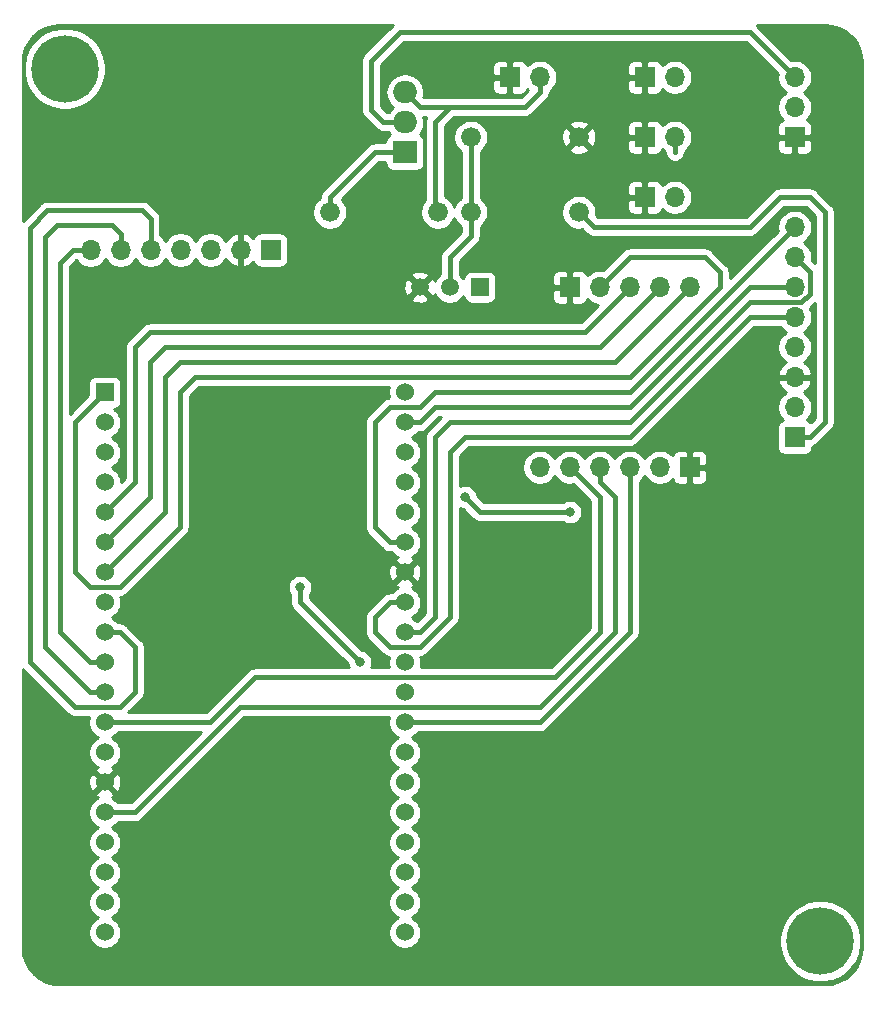
<source format=gbr>
%TF.GenerationSoftware,KiCad,Pcbnew,5.1.5+dfsg1-2build2*%
%TF.CreationDate,2021-02-13T22:52:38+01:00*%
%TF.ProjectId,ESPuino,45535075-696e-46f2-9e6b-696361645f70,rev?*%
%TF.SameCoordinates,Original*%
%TF.FileFunction,Copper,L2,Bot*%
%TF.FilePolarity,Positive*%
%FSLAX46Y46*%
G04 Gerber Fmt 4.6, Leading zero omitted, Abs format (unit mm)*
G04 Created by KiCad (PCBNEW 5.1.5+dfsg1-2build2) date 2021-02-13 22:52:38*
%MOMM*%
%LPD*%
G04 APERTURE LIST*
%TA.AperFunction,ComponentPad*%
%ADD10C,1.530000*%
%TD*%
%TA.AperFunction,ComponentPad*%
%ADD11R,1.530000X1.530000*%
%TD*%
%TA.AperFunction,ComponentPad*%
%ADD12C,5.700000*%
%TD*%
%TA.AperFunction,ComponentPad*%
%ADD13O,1.700000X1.700000*%
%TD*%
%TA.AperFunction,ComponentPad*%
%ADD14R,1.700000X1.700000*%
%TD*%
%TA.AperFunction,ComponentPad*%
%ADD15C,1.676400*%
%TD*%
%TA.AperFunction,ComponentPad*%
%ADD16O,2.000000X1.905000*%
%TD*%
%TA.AperFunction,ComponentPad*%
%ADD17R,2.000000X1.905000*%
%TD*%
%TA.AperFunction,ComponentPad*%
%ADD18R,1.500000X1.500000*%
%TD*%
%TA.AperFunction,ComponentPad*%
%ADD19C,1.500000*%
%TD*%
%TA.AperFunction,ViaPad*%
%ADD20C,0.800000*%
%TD*%
%TA.AperFunction,Conductor*%
%ADD21C,0.400000*%
%TD*%
%TA.AperFunction,Conductor*%
%ADD22C,0.254000*%
%TD*%
G04 APERTURE END LIST*
D10*
%TO.P,U1,38*%
%TO.N,GND*%
X166370000Y-62240000D03*
%TO.P,U1,37*%
%TO.N,RFID_MOSI*%
X166370000Y-64780000D03*
%TO.P,U1,36*%
%TO.N,RFID_RST*%
X166370000Y-67320000D03*
%TO.P,U1,35*%
%TO.N,Net-(U1-Pad35)*%
X166370000Y-69860000D03*
%TO.P,U1,34*%
%TO.N,Net-(U1-Pad34)*%
X166370000Y-72400000D03*
%TO.P,U1,33*%
%TO.N,RFID_SDA*%
X166370000Y-74940000D03*
%TO.P,U1,32*%
%TO.N,GND*%
X166370000Y-77480000D03*
%TO.P,U1,31*%
%TO.N,RFID_MISO*%
X166370000Y-80020000D03*
%TO.P,U1,30*%
%TO.N,RFID_SCK*%
X166370000Y-82560000D03*
%TO.P,U1,29*%
%TO.N,BUTTON_PLAY_PAUSE_PIN*%
X166370000Y-85100000D03*
%TO.P,U1,28*%
%TO.N,GPIO-17*%
X166370000Y-87640000D03*
%TO.P,U1,27*%
%TO.N,SD-CARD_MISO*%
X166370000Y-90180000D03*
%TO.P,U1,26*%
%TO.N,BUTTON_NEXT_PIN*%
X166370000Y-92720000D03*
%TO.P,U1,25*%
%TO.N,Net-(U1-Pad25)*%
X166370000Y-95260000D03*
%TO.P,U1,24*%
%TO.N,Net-(U1-Pad24)*%
X166370000Y-97800000D03*
%TO.P,U1,23*%
%TO.N,SD-CARD_CS*%
X166370000Y-100340000D03*
%TO.P,U1,22*%
%TO.N,Net-(U1-Pad22)*%
X166370000Y-102880000D03*
%TO.P,U1,21*%
%TO.N,Net-(U1-Pad21)*%
X166370000Y-105420000D03*
%TO.P,U1,20*%
%TO.N,Net-(U1-Pad20)*%
X166370000Y-107960000D03*
%TO.P,U1,19*%
%TO.N,VCC*%
X140970000Y-107960000D03*
%TO.P,U1,18*%
%TO.N,Net-(U1-Pad18)*%
X140970000Y-105420000D03*
%TO.P,U1,17*%
%TO.N,Net-(U1-Pad17)*%
X140970000Y-102880000D03*
%TO.P,U1,16*%
%TO.N,Net-(U1-Pad16)*%
X140970000Y-100340000D03*
%TO.P,U1,15*%
%TO.N,SD-CARD_MOSI*%
X140970000Y-97800000D03*
%TO.P,U1,14*%
%TO.N,GND*%
X140970000Y-95260000D03*
%TO.P,U1,13*%
%TO.N,NEOPIXEL_DI*%
X140970000Y-92720000D03*
%TO.P,U1,12*%
%TO.N,SD-CARD_SCK*%
X140970000Y-90180000D03*
%TO.P,U1,11*%
%TO.N,MAX98357_BLCK*%
X140970000Y-87640000D03*
%TO.P,U1,10*%
%TO.N,MAX98357_LRC*%
X140970000Y-85100000D03*
%TO.P,U1,9*%
%TO.N,MAX98357_DIN*%
X140970000Y-82560000D03*
%TO.P,U1,8*%
%TO.N,BUTTON_PREVIOUS_PIN*%
X140970000Y-80020000D03*
%TO.P,U1,7*%
%TO.N,ROTARY_BUTTON*%
X140970000Y-77480000D03*
%TO.P,U1,6*%
%TO.N,ROTARY_DT*%
X140970000Y-74940000D03*
%TO.P,U1,5*%
%TO.N,ROTARY_CLR*%
X140970000Y-72400000D03*
%TO.P,U1,4*%
%TO.N,Net-(U1-Pad4)*%
X140970000Y-69860000D03*
%TO.P,U1,3*%
%TO.N,Net-(U1-Pad3)*%
X140970000Y-67320000D03*
%TO.P,U1,2*%
%TO.N,Net-(U1-Pad2)*%
X140970000Y-64780000D03*
D11*
%TO.P,U1,1*%
%TO.N,3.3V*%
X140970000Y-62240000D03*
%TD*%
D12*
%TO.P,REF\002A\002A,1*%
%TO.N,N/C*%
X201554080Y-108699300D03*
%TD*%
%TO.P,REF\002A\002A,1*%
%TO.N,N/C*%
X137579100Y-34841180D03*
%TD*%
D13*
%TO.P,J1,6*%
%TO.N,SD-CARD_CS*%
X177800000Y-68580000D03*
%TO.P,J1,5*%
%TO.N,SD-CARD_SCK*%
X180340000Y-68580000D03*
%TO.P,J1,4*%
%TO.N,SD-CARD_MOSI*%
X182880000Y-68580000D03*
%TO.P,J1,3*%
%TO.N,SD-CARD_MISO*%
X185420000Y-68580000D03*
%TO.P,J1,2*%
%TO.N,SWITCHED_VCC*%
X187960000Y-68580000D03*
D14*
%TO.P,J1,1*%
%TO.N,GND*%
X190500000Y-68580000D03*
%TD*%
D13*
%TO.P,J9,2*%
%TO.N,VCC*%
X177800000Y-35560000D03*
D14*
%TO.P,J9,1*%
%TO.N,GND*%
X175260000Y-35560000D03*
%TD*%
D13*
%TO.P,J8,3*%
%TO.N,SWITCHED_VCC*%
X199390000Y-35560000D03*
%TO.P,J8,2*%
%TO.N,NEOPIXEL_DI*%
X199390000Y-38100000D03*
D14*
%TO.P,J8,1*%
%TO.N,GND*%
X199390000Y-40640000D03*
%TD*%
D13*
%TO.P,J7,2*%
%TO.N,BUTTON_PLAY_PAUSE_PIN*%
X189230000Y-40640000D03*
D14*
%TO.P,J7,1*%
%TO.N,GND*%
X186690000Y-40640000D03*
%TD*%
D13*
%TO.P,J6,2*%
%TO.N,BUTTON_NEXT_PIN*%
X189230000Y-35560000D03*
D14*
%TO.P,J6,1*%
%TO.N,GND*%
X186690000Y-35560000D03*
%TD*%
D13*
%TO.P,J5,2*%
%TO.N,BUTTON_PREVIOUS_PIN*%
X189230000Y-45720000D03*
D14*
%TO.P,J5,1*%
%TO.N,GND*%
X186690000Y-45720000D03*
%TD*%
D13*
%TO.P,J2,8*%
%TO.N,RFID_SDA*%
X199390000Y-48260000D03*
%TO.P,J2,7*%
%TO.N,RFID_SCK*%
X199390000Y-50800000D03*
%TO.P,J2,6*%
%TO.N,RFID_MOSI*%
X199390000Y-53340000D03*
%TO.P,J2,5*%
%TO.N,RFID_MISO*%
X199390000Y-55880000D03*
%TO.P,J2,4*%
%TO.N,Net-(J2-Pad4)*%
X199390000Y-58420000D03*
%TO.P,J2,3*%
%TO.N,GND*%
X199390000Y-60960000D03*
%TO.P,J2,2*%
%TO.N,RFID_RST*%
X199390000Y-63500000D03*
D14*
%TO.P,J2,1*%
%TO.N,GPIO-17*%
X199390000Y-66040000D03*
%TD*%
D13*
%TO.P,J3,7*%
%TO.N,MAX98357_LRC*%
X139766040Y-50185320D03*
%TO.P,J3,6*%
%TO.N,MAX98357_BLCK*%
X142306040Y-50185320D03*
%TO.P,J3,5*%
%TO.N,MAX98357_DIN*%
X144846040Y-50185320D03*
%TO.P,J3,4*%
%TO.N,Net-(J3-Pad4)*%
X147386040Y-50185320D03*
%TO.P,J3,3*%
%TO.N,Net-(J3-Pad3)*%
X149926040Y-50185320D03*
%TO.P,J3,2*%
%TO.N,GND*%
X152466040Y-50185320D03*
D14*
%TO.P,J3,1*%
%TO.N,SWITCHED_VCC*%
X155006040Y-50185320D03*
%TD*%
D13*
%TO.P,J4,5*%
%TO.N,ROTARY_BUTTON*%
X190500000Y-53340000D03*
%TO.P,J4,4*%
%TO.N,ROTARY_DT*%
X187960000Y-53340000D03*
%TO.P,J4,3*%
%TO.N,ROTARY_CLR*%
X185420000Y-53340000D03*
%TO.P,J4,2*%
%TO.N,3.3V*%
X182880000Y-53340000D03*
D14*
%TO.P,J4,1*%
%TO.N,GND*%
X180340000Y-53340000D03*
%TD*%
D15*
%TO.P,R5,2*%
%TO.N,GPIO-17*%
X181102000Y-46990000D03*
%TO.P,R5,1*%
%TO.N,Net-(Q1-Pad2)*%
X171958000Y-46990000D03*
%TD*%
%TO.P,R4,2*%
%TO.N,GND*%
X181102000Y-40640000D03*
%TO.P,R4,1*%
%TO.N,Net-(Q1-Pad2)*%
X171958000Y-40640000D03*
%TD*%
%TO.P,R1,2*%
%TO.N,Net-(Q1-Pad1)*%
X160020000Y-46990000D03*
%TO.P,R1,1*%
%TO.N,VCC*%
X169164000Y-46990000D03*
%TD*%
D16*
%TO.P,Q2,3*%
%TO.N,VCC*%
X166370000Y-36830000D03*
%TO.P,Q2,2*%
%TO.N,SWITCHED_VCC*%
X166370000Y-39370000D03*
D17*
%TO.P,Q2,1*%
%TO.N,Net-(Q1-Pad1)*%
X166370000Y-41910000D03*
%TD*%
D18*
%TO.P,Q1,1*%
%TO.N,Net-(Q1-Pad1)*%
X172720000Y-53340000D03*
D19*
%TO.P,Q1,3*%
%TO.N,GND*%
X167640000Y-53340000D03*
%TO.P,Q1,2*%
%TO.N,Net-(Q1-Pad2)*%
X170180000Y-53340000D03*
%TD*%
D20*
%TO.N,GND*%
X193040000Y-64770000D03*
X153670000Y-72390000D03*
%TO.N,GPIO-17*%
X157480000Y-78740000D03*
X162560000Y-85090000D03*
%TO.N,RFID_RST*%
X180340000Y-72390000D03*
X171450000Y-71120000D03*
%TD*%
D21*
%TO.N,Net-(Q1-Pad2)*%
X171958000Y-40640000D02*
X171958000Y-46990000D01*
X170180000Y-53340000D02*
X170180000Y-50800000D01*
X171958000Y-49022000D02*
X171958000Y-46990000D01*
X170180000Y-50800000D02*
X171958000Y-49022000D01*
%TO.N,GPIO-17*%
X157480000Y-80010000D02*
X162560000Y-85090000D01*
X157480000Y-78740000D02*
X157480000Y-80010000D01*
X181102000Y-46990000D02*
X182372000Y-48260000D01*
X182372000Y-48260000D02*
X195580000Y-48260000D01*
X195580000Y-48260000D02*
X198120000Y-45720000D01*
X198120000Y-45720000D02*
X200660000Y-45720000D01*
X200660000Y-45720000D02*
X201930000Y-46990000D01*
X201930000Y-46990000D02*
X201930000Y-64770000D01*
X201930000Y-64770000D02*
X200660000Y-66040000D01*
X199390000Y-66040000D02*
X200660000Y-66040000D01*
%TO.N,SD-CARD_SCK*%
X179070000Y-86360000D02*
X182880000Y-82550000D01*
X153670000Y-86360000D02*
X179070000Y-86360000D01*
X149850000Y-90180000D02*
X153670000Y-86360000D01*
X140970000Y-90180000D02*
X149850000Y-90180000D01*
X182880000Y-71120000D02*
X180340000Y-68580000D01*
X182880000Y-82550000D02*
X182880000Y-71120000D01*
%TO.N,SD-CARD_MOSI*%
X177800000Y-88900000D02*
X152400000Y-88900000D01*
X143500000Y-97800000D02*
X140970000Y-97800000D01*
X152400000Y-88900000D02*
X143500000Y-97800000D01*
X182880000Y-68580000D02*
X182880000Y-69850000D01*
X182880000Y-69850000D02*
X184150000Y-71120000D01*
X184150000Y-82550000D02*
X177800000Y-88900000D01*
X184150000Y-71120000D02*
X184150000Y-82550000D01*
%TO.N,SD-CARD_MISO*%
X166370000Y-90180000D02*
X177790000Y-90180000D01*
X177790000Y-90180000D02*
X185420000Y-82550000D01*
X185420000Y-82550000D02*
X185420000Y-68580000D01*
%TO.N,SWITCHED_VCC*%
X154940000Y-50119280D02*
X155006040Y-50185320D01*
X199390000Y-35560000D02*
X195580000Y-31750000D01*
X195580000Y-31750000D02*
X165928040Y-31750000D01*
X165928040Y-31750000D02*
X163520120Y-34157920D01*
X163520120Y-34157920D02*
X163520120Y-38343840D01*
X164546280Y-39370000D02*
X166370000Y-39370000D01*
X163520120Y-38343840D02*
X164546280Y-39370000D01*
%TO.N,RFID_SDA*%
X199390000Y-48260000D02*
X185420000Y-62230000D01*
X185420000Y-62230000D02*
X168910000Y-62230000D01*
X168910000Y-62230000D02*
X167640000Y-63500000D01*
X167640000Y-63500000D02*
X165100000Y-63500000D01*
X165100000Y-63500000D02*
X163830000Y-64770000D01*
X163830000Y-64770000D02*
X163830000Y-73660000D01*
X165110000Y-74940000D02*
X166370000Y-74940000D01*
X163830000Y-73660000D02*
X165110000Y-74940000D01*
%TO.N,RFID_SCK*%
X199950003Y-54629999D02*
X195560001Y-54629999D01*
X200640001Y-53940001D02*
X199950003Y-54629999D01*
X200640001Y-52050001D02*
X200640001Y-53940001D01*
X199390000Y-50800000D02*
X200640001Y-52050001D01*
X195560001Y-54629999D02*
X185420000Y-64770000D01*
X185420000Y-64770000D02*
X170180000Y-64770000D01*
X170180000Y-64770000D02*
X168910000Y-66040000D01*
X168910000Y-66040000D02*
X168910000Y-81280000D01*
X167630000Y-82560000D02*
X166370000Y-82560000D01*
X168910000Y-81280000D02*
X167630000Y-82560000D01*
%TO.N,RFID_MOSI*%
X199390000Y-53340000D02*
X195580000Y-53340000D01*
X195580000Y-53340000D02*
X185420000Y-63500000D01*
X185420000Y-63500000D02*
X168910000Y-63500000D01*
X167630000Y-64780000D02*
X166370000Y-64780000D01*
X168910000Y-63500000D02*
X167630000Y-64780000D01*
%TO.N,RFID_MISO*%
X199390000Y-55880000D02*
X195580000Y-55880000D01*
X195580000Y-55880000D02*
X185420000Y-66040000D01*
X185420000Y-66040000D02*
X171450000Y-66040000D01*
X171450000Y-66040000D02*
X170180000Y-67310000D01*
X170180000Y-67310000D02*
X170180000Y-81280000D01*
X170180000Y-81280000D02*
X167640000Y-83820000D01*
X167640000Y-83820000D02*
X165100000Y-83820000D01*
X165100000Y-83820000D02*
X163830000Y-82550000D01*
X163830000Y-82550000D02*
X163830000Y-81280000D01*
X165090000Y-80020000D02*
X166370000Y-80020000D01*
X163830000Y-81280000D02*
X165090000Y-80020000D01*
%TO.N,RFID_RST*%
X172720000Y-72390000D02*
X171450000Y-71120000D01*
X180340000Y-72390000D02*
X172720000Y-72390000D01*
%TO.N,3.3V*%
X182880000Y-53340000D02*
X185420000Y-50800000D01*
X185420000Y-50800000D02*
X191770000Y-50800000D01*
X191770000Y-50800000D02*
X193040000Y-52070000D01*
X193040000Y-52070000D02*
X193040000Y-53340000D01*
X193040000Y-53340000D02*
X185420000Y-60960000D01*
X185420000Y-60960000D02*
X148590000Y-60960000D01*
X148590000Y-60960000D02*
X147320000Y-62230000D01*
X147320000Y-62230000D02*
X147320000Y-73660000D01*
X147320000Y-73660000D02*
X142240000Y-78740000D01*
X142240000Y-78740000D02*
X139700000Y-78740000D01*
X139700000Y-78740000D02*
X138430000Y-77470000D01*
X138430000Y-64780000D02*
X140970000Y-62240000D01*
X138430000Y-77470000D02*
X138430000Y-64780000D01*
%TO.N,ROTARY_CLR*%
X143510000Y-69860000D02*
X140970000Y-72400000D01*
X144780000Y-57150000D02*
X143510000Y-58420000D01*
X143510000Y-58420000D02*
X143510000Y-69860000D01*
X185420000Y-53340000D02*
X181610000Y-57150000D01*
X181610000Y-57150000D02*
X144780000Y-57150000D01*
%TO.N,ROTARY_DT*%
X144780000Y-71130000D02*
X140970000Y-74940000D01*
X182880000Y-58420000D02*
X146050000Y-58420000D01*
X144780000Y-59690000D02*
X144780000Y-71130000D01*
X146050000Y-58420000D02*
X144780000Y-59690000D01*
X187960000Y-53340000D02*
X182880000Y-58420000D01*
%TO.N,ROTARY_BUTTON*%
X146050000Y-72400000D02*
X140970000Y-77480000D01*
X147320000Y-59690000D02*
X146050000Y-60960000D01*
X184150000Y-59690000D02*
X147320000Y-59690000D01*
X146050000Y-60960000D02*
X146050000Y-72400000D01*
X190500000Y-53340000D02*
X184150000Y-59690000D01*
%TO.N,BUTTON_PLAY_PAUSE_PIN*%
X189230000Y-40640000D02*
X189230000Y-41910000D01*
%TO.N,VCC*%
X168910000Y-39370000D02*
X170180000Y-38100000D01*
X170180000Y-38100000D02*
X176530000Y-38100000D01*
X177800000Y-36830000D02*
X177800000Y-35560000D01*
X176530000Y-38100000D02*
X177800000Y-36830000D01*
X168910000Y-46736000D02*
X169164000Y-46990000D01*
X168910000Y-39370000D02*
X168910000Y-46736000D01*
X167640000Y-38100000D02*
X166794271Y-37254271D01*
X170180000Y-38100000D02*
X167640000Y-38100000D01*
%TO.N,MAX98357_LRC*%
X138242040Y-50185320D02*
X139766040Y-50185320D01*
X137160000Y-82550000D02*
X137160000Y-51267360D01*
X137160000Y-51267360D02*
X138242040Y-50185320D01*
X139710000Y-85100000D02*
X137160000Y-82550000D01*
X140970000Y-85100000D02*
X139710000Y-85100000D01*
%TO.N,MAX98357_DIN*%
X144846040Y-47525940D02*
X144846040Y-50185320D01*
X144160240Y-46840140D02*
X144846040Y-47525940D01*
X140970000Y-82560000D02*
X142230000Y-82560000D01*
X134620000Y-48320960D02*
X136100820Y-46840140D01*
X138430000Y-88900000D02*
X134620000Y-85090000D01*
X143510000Y-87630000D02*
X142240000Y-88900000D01*
X142230000Y-82560000D02*
X142240000Y-82550000D01*
X134620000Y-85090000D02*
X134620000Y-48320960D01*
X142240000Y-82550000D02*
X143510000Y-83820000D01*
X136100820Y-46840140D02*
X144160240Y-46840140D01*
X142240000Y-88900000D02*
X138430000Y-88900000D01*
X143510000Y-83820000D02*
X143510000Y-87630000D01*
%TO.N,MAX98357_BLCK*%
X142306040Y-48839120D02*
X142306040Y-50185320D01*
X141566900Y-48099980D02*
X142306040Y-48839120D01*
X140970000Y-87640000D02*
X139710000Y-87640000D01*
X136895840Y-48099980D02*
X141566900Y-48099980D01*
X135890000Y-83820000D02*
X135890000Y-49105820D01*
X139710000Y-87640000D02*
X135890000Y-83820000D01*
X135890000Y-49105820D02*
X136895840Y-48099980D01*
%TO.N,Net-(Q1-Pad1)*%
X160020000Y-46990000D02*
X160020000Y-45720000D01*
X163830000Y-41910000D02*
X166370000Y-41910000D01*
X160020000Y-45720000D02*
X163830000Y-41910000D01*
%TD*%
D22*
%TO.N,GND*%
G36*
X165334749Y-31156709D02*
G01*
X165308599Y-31188573D01*
X162958699Y-33538474D01*
X162926829Y-33564629D01*
X162822485Y-33691774D01*
X162822484Y-33691775D01*
X162744948Y-33836834D01*
X162697202Y-33994232D01*
X162681080Y-34157920D01*
X162685120Y-34198939D01*
X162685121Y-38302812D01*
X162681080Y-38343840D01*
X162697202Y-38507528D01*
X162744948Y-38664926D01*
X162822484Y-38809985D01*
X162822485Y-38809986D01*
X162926830Y-38937131D01*
X162958694Y-38963281D01*
X163926838Y-39931426D01*
X163952989Y-39963291D01*
X164080134Y-40067636D01*
X164225193Y-40145172D01*
X164382591Y-40192918D01*
X164505261Y-40205000D01*
X164505271Y-40205000D01*
X164546279Y-40209039D01*
X164587287Y-40205000D01*
X164968769Y-40205000D01*
X164996155Y-40256235D01*
X165099446Y-40382095D01*
X165015506Y-40426963D01*
X164918815Y-40506315D01*
X164839463Y-40603006D01*
X164780498Y-40713320D01*
X164744188Y-40833018D01*
X164731928Y-40957500D01*
X164731928Y-41075000D01*
X163871018Y-41075000D01*
X163830000Y-41070960D01*
X163788982Y-41075000D01*
X163788981Y-41075000D01*
X163666311Y-41087082D01*
X163508913Y-41134828D01*
X163363854Y-41212364D01*
X163236709Y-41316709D01*
X163210563Y-41348568D01*
X159458574Y-45100559D01*
X159426710Y-45126709D01*
X159400562Y-45158571D01*
X159322364Y-45253855D01*
X159244828Y-45398914D01*
X159197082Y-45556312D01*
X159180960Y-45720000D01*
X159185001Y-45761028D01*
X159185001Y-45776126D01*
X159080890Y-45845691D01*
X158875691Y-46050890D01*
X158714467Y-46292178D01*
X158603414Y-46560283D01*
X158546800Y-46844902D01*
X158546800Y-47135098D01*
X158603414Y-47419717D01*
X158714467Y-47687822D01*
X158875691Y-47929110D01*
X159080890Y-48134309D01*
X159322178Y-48295533D01*
X159590283Y-48406586D01*
X159874902Y-48463200D01*
X160165098Y-48463200D01*
X160449717Y-48406586D01*
X160717822Y-48295533D01*
X160959110Y-48134309D01*
X161164309Y-47929110D01*
X161325533Y-47687822D01*
X161436586Y-47419717D01*
X161493200Y-47135098D01*
X161493200Y-46844902D01*
X161436586Y-46560283D01*
X161325533Y-46292178D01*
X161164309Y-46050890D01*
X161017143Y-45903724D01*
X164175869Y-42745000D01*
X164731928Y-42745000D01*
X164731928Y-42862500D01*
X164744188Y-42986982D01*
X164780498Y-43106680D01*
X164839463Y-43216994D01*
X164918815Y-43313685D01*
X165015506Y-43393037D01*
X165125820Y-43452002D01*
X165245518Y-43488312D01*
X165370000Y-43500572D01*
X167370000Y-43500572D01*
X167494482Y-43488312D01*
X167614180Y-43452002D01*
X167724494Y-43393037D01*
X167821185Y-43313685D01*
X167900537Y-43216994D01*
X167959502Y-43106680D01*
X167995812Y-42986982D01*
X168008072Y-42862500D01*
X168008072Y-40957500D01*
X167995812Y-40833018D01*
X167959502Y-40713320D01*
X167900537Y-40603006D01*
X167821185Y-40506315D01*
X167724494Y-40426963D01*
X167640554Y-40382095D01*
X167743845Y-40256235D01*
X167891255Y-39980449D01*
X167982030Y-39681204D01*
X168012681Y-39370000D01*
X167982030Y-39058796D01*
X167944477Y-38935000D01*
X168195717Y-38935000D01*
X168134828Y-39048914D01*
X168087082Y-39206312D01*
X168070960Y-39370000D01*
X168075000Y-39411019D01*
X168075001Y-45995580D01*
X168019691Y-46050890D01*
X167858467Y-46292178D01*
X167747414Y-46560283D01*
X167690800Y-46844902D01*
X167690800Y-47135098D01*
X167747414Y-47419717D01*
X167858467Y-47687822D01*
X168019691Y-47929110D01*
X168224890Y-48134309D01*
X168466178Y-48295533D01*
X168734283Y-48406586D01*
X169018902Y-48463200D01*
X169309098Y-48463200D01*
X169593717Y-48406586D01*
X169861822Y-48295533D01*
X170103110Y-48134309D01*
X170308309Y-47929110D01*
X170469533Y-47687822D01*
X170561000Y-47467002D01*
X170652467Y-47687822D01*
X170813691Y-47929110D01*
X171018890Y-48134309D01*
X171123000Y-48203874D01*
X171123000Y-48676131D01*
X169618574Y-50180559D01*
X169586710Y-50206709D01*
X169560562Y-50238571D01*
X169482364Y-50333855D01*
X169404828Y-50478914D01*
X169357082Y-50636312D01*
X169340960Y-50800000D01*
X169345001Y-50841028D01*
X169345000Y-52232204D01*
X169297114Y-52264201D01*
X169104201Y-52457114D01*
X168952629Y-52683957D01*
X168911489Y-52783279D01*
X168896277Y-52741168D01*
X168835860Y-52628137D01*
X168596993Y-52562612D01*
X167819605Y-53340000D01*
X168596993Y-54117388D01*
X168835860Y-54051863D01*
X168910164Y-53893523D01*
X168952629Y-53996043D01*
X169104201Y-54222886D01*
X169297114Y-54415799D01*
X169523957Y-54567371D01*
X169776011Y-54671775D01*
X170043589Y-54725000D01*
X170316411Y-54725000D01*
X170583989Y-54671775D01*
X170836043Y-54567371D01*
X171062886Y-54415799D01*
X171255799Y-54222886D01*
X171333555Y-54106517D01*
X171344188Y-54214482D01*
X171380498Y-54334180D01*
X171439463Y-54444494D01*
X171518815Y-54541185D01*
X171615506Y-54620537D01*
X171725820Y-54679502D01*
X171845518Y-54715812D01*
X171970000Y-54728072D01*
X173470000Y-54728072D01*
X173594482Y-54715812D01*
X173714180Y-54679502D01*
X173824494Y-54620537D01*
X173921185Y-54541185D01*
X174000537Y-54444494D01*
X174059502Y-54334180D01*
X174095812Y-54214482D01*
X174098223Y-54190000D01*
X178851928Y-54190000D01*
X178864188Y-54314482D01*
X178900498Y-54434180D01*
X178959463Y-54544494D01*
X179038815Y-54641185D01*
X179135506Y-54720537D01*
X179245820Y-54779502D01*
X179365518Y-54815812D01*
X179490000Y-54828072D01*
X180054250Y-54825000D01*
X180213000Y-54666250D01*
X180213000Y-53467000D01*
X179013750Y-53467000D01*
X178855000Y-53625750D01*
X178851928Y-54190000D01*
X174098223Y-54190000D01*
X174108072Y-54090000D01*
X174108072Y-52590000D01*
X174098224Y-52490000D01*
X178851928Y-52490000D01*
X178855000Y-53054250D01*
X179013750Y-53213000D01*
X180213000Y-53213000D01*
X180213000Y-52013750D01*
X180054250Y-51855000D01*
X179490000Y-51851928D01*
X179365518Y-51864188D01*
X179245820Y-51900498D01*
X179135506Y-51959463D01*
X179038815Y-52038815D01*
X178959463Y-52135506D01*
X178900498Y-52245820D01*
X178864188Y-52365518D01*
X178851928Y-52490000D01*
X174098224Y-52490000D01*
X174095812Y-52465518D01*
X174059502Y-52345820D01*
X174000537Y-52235506D01*
X173921185Y-52138815D01*
X173824494Y-52059463D01*
X173714180Y-52000498D01*
X173594482Y-51964188D01*
X173470000Y-51951928D01*
X171970000Y-51951928D01*
X171845518Y-51964188D01*
X171725820Y-52000498D01*
X171615506Y-52059463D01*
X171518815Y-52138815D01*
X171439463Y-52235506D01*
X171380498Y-52345820D01*
X171344188Y-52465518D01*
X171333555Y-52573483D01*
X171255799Y-52457114D01*
X171062886Y-52264201D01*
X171015000Y-52232205D01*
X171015000Y-51145867D01*
X172519433Y-49641436D01*
X172551291Y-49615291D01*
X172583545Y-49575990D01*
X172655636Y-49488146D01*
X172733172Y-49343087D01*
X172780918Y-49185688D01*
X172797040Y-49022000D01*
X172793000Y-48980982D01*
X172793000Y-48203873D01*
X172897110Y-48134309D01*
X173102309Y-47929110D01*
X173263533Y-47687822D01*
X173374586Y-47419717D01*
X173431200Y-47135098D01*
X173431200Y-46844902D01*
X173374586Y-46560283D01*
X173263533Y-46292178D01*
X173102309Y-46050890D01*
X172897110Y-45845691D01*
X172793000Y-45776127D01*
X172793000Y-44870000D01*
X185201928Y-44870000D01*
X185205000Y-45434250D01*
X185363750Y-45593000D01*
X186563000Y-45593000D01*
X186563000Y-44393750D01*
X186817000Y-44393750D01*
X186817000Y-45593000D01*
X186837000Y-45593000D01*
X186837000Y-45847000D01*
X186817000Y-45847000D01*
X186817000Y-47046250D01*
X186975750Y-47205000D01*
X187540000Y-47208072D01*
X187664482Y-47195812D01*
X187784180Y-47159502D01*
X187894494Y-47100537D01*
X187991185Y-47021185D01*
X188070537Y-46924494D01*
X188129502Y-46814180D01*
X188151513Y-46741620D01*
X188283368Y-46873475D01*
X188526589Y-47035990D01*
X188796842Y-47147932D01*
X189083740Y-47205000D01*
X189376260Y-47205000D01*
X189663158Y-47147932D01*
X189933411Y-47035990D01*
X190176632Y-46873475D01*
X190383475Y-46666632D01*
X190545990Y-46423411D01*
X190657932Y-46153158D01*
X190715000Y-45866260D01*
X190715000Y-45573740D01*
X190657932Y-45286842D01*
X190545990Y-45016589D01*
X190383475Y-44773368D01*
X190176632Y-44566525D01*
X189933411Y-44404010D01*
X189663158Y-44292068D01*
X189376260Y-44235000D01*
X189083740Y-44235000D01*
X188796842Y-44292068D01*
X188526589Y-44404010D01*
X188283368Y-44566525D01*
X188151513Y-44698380D01*
X188129502Y-44625820D01*
X188070537Y-44515506D01*
X187991185Y-44418815D01*
X187894494Y-44339463D01*
X187784180Y-44280498D01*
X187664482Y-44244188D01*
X187540000Y-44231928D01*
X186975750Y-44235000D01*
X186817000Y-44393750D01*
X186563000Y-44393750D01*
X186404250Y-44235000D01*
X185840000Y-44231928D01*
X185715518Y-44244188D01*
X185595820Y-44280498D01*
X185485506Y-44339463D01*
X185388815Y-44418815D01*
X185309463Y-44515506D01*
X185250498Y-44625820D01*
X185214188Y-44745518D01*
X185201928Y-44870000D01*
X172793000Y-44870000D01*
X172793000Y-41853873D01*
X172897110Y-41784309D01*
X173021444Y-41659975D01*
X180261630Y-41659975D01*
X180337838Y-41907844D01*
X180599865Y-42032563D01*
X180881189Y-42103768D01*
X181170999Y-42118719D01*
X181458157Y-42076845D01*
X181731628Y-41979754D01*
X181866162Y-41907844D01*
X181942370Y-41659975D01*
X181772395Y-41490000D01*
X185201928Y-41490000D01*
X185214188Y-41614482D01*
X185250498Y-41734180D01*
X185309463Y-41844494D01*
X185388815Y-41941185D01*
X185485506Y-42020537D01*
X185595820Y-42079502D01*
X185715518Y-42115812D01*
X185840000Y-42128072D01*
X186404250Y-42125000D01*
X186563000Y-41966250D01*
X186563000Y-40767000D01*
X185363750Y-40767000D01*
X185205000Y-40925750D01*
X185201928Y-41490000D01*
X181772395Y-41490000D01*
X181102000Y-40819605D01*
X180261630Y-41659975D01*
X173021444Y-41659975D01*
X173102309Y-41579110D01*
X173263533Y-41337822D01*
X173374586Y-41069717D01*
X173431200Y-40785098D01*
X173431200Y-40708999D01*
X179623281Y-40708999D01*
X179665155Y-40996157D01*
X179762246Y-41269628D01*
X179834156Y-41404162D01*
X180082025Y-41480370D01*
X180922395Y-40640000D01*
X181281605Y-40640000D01*
X182121975Y-41480370D01*
X182369844Y-41404162D01*
X182494563Y-41142135D01*
X182565768Y-40860811D01*
X182580719Y-40571001D01*
X182538845Y-40283843D01*
X182441754Y-40010372D01*
X182369844Y-39875838D01*
X182121975Y-39799630D01*
X181281605Y-40640000D01*
X180922395Y-40640000D01*
X180082025Y-39799630D01*
X179834156Y-39875838D01*
X179709437Y-40137865D01*
X179638232Y-40419189D01*
X179623281Y-40708999D01*
X173431200Y-40708999D01*
X173431200Y-40494902D01*
X173374586Y-40210283D01*
X173263533Y-39942178D01*
X173102309Y-39700890D01*
X173021444Y-39620025D01*
X180261630Y-39620025D01*
X181102000Y-40460395D01*
X181772395Y-39790000D01*
X185201928Y-39790000D01*
X185205000Y-40354250D01*
X185363750Y-40513000D01*
X186563000Y-40513000D01*
X186563000Y-39313750D01*
X186817000Y-39313750D01*
X186817000Y-40513000D01*
X186837000Y-40513000D01*
X186837000Y-40767000D01*
X186817000Y-40767000D01*
X186817000Y-41966250D01*
X186975750Y-42125000D01*
X187540000Y-42128072D01*
X187664482Y-42115812D01*
X187784180Y-42079502D01*
X187894494Y-42020537D01*
X187991185Y-41941185D01*
X188070537Y-41844494D01*
X188129502Y-41734180D01*
X188151513Y-41661620D01*
X188283368Y-41793475D01*
X188395001Y-41868066D01*
X188395001Y-41951019D01*
X188407083Y-42073689D01*
X188454829Y-42231087D01*
X188532365Y-42376146D01*
X188636710Y-42503291D01*
X188763855Y-42607636D01*
X188908914Y-42685172D01*
X189066312Y-42732918D01*
X189230000Y-42749040D01*
X189393689Y-42732918D01*
X189551087Y-42685172D01*
X189696146Y-42607636D01*
X189823291Y-42503291D01*
X189927636Y-42376146D01*
X190005172Y-42231087D01*
X190052918Y-42073689D01*
X190065000Y-41951019D01*
X190065000Y-41868065D01*
X190176632Y-41793475D01*
X190383475Y-41586632D01*
X190448042Y-41490000D01*
X197901928Y-41490000D01*
X197914188Y-41614482D01*
X197950498Y-41734180D01*
X198009463Y-41844494D01*
X198088815Y-41941185D01*
X198185506Y-42020537D01*
X198295820Y-42079502D01*
X198415518Y-42115812D01*
X198540000Y-42128072D01*
X199104250Y-42125000D01*
X199263000Y-41966250D01*
X199263000Y-40767000D01*
X199517000Y-40767000D01*
X199517000Y-41966250D01*
X199675750Y-42125000D01*
X200240000Y-42128072D01*
X200364482Y-42115812D01*
X200484180Y-42079502D01*
X200594494Y-42020537D01*
X200691185Y-41941185D01*
X200770537Y-41844494D01*
X200829502Y-41734180D01*
X200865812Y-41614482D01*
X200878072Y-41490000D01*
X200875000Y-40925750D01*
X200716250Y-40767000D01*
X199517000Y-40767000D01*
X199263000Y-40767000D01*
X198063750Y-40767000D01*
X197905000Y-40925750D01*
X197901928Y-41490000D01*
X190448042Y-41490000D01*
X190545990Y-41343411D01*
X190657932Y-41073158D01*
X190715000Y-40786260D01*
X190715000Y-40493740D01*
X190657932Y-40206842D01*
X190545990Y-39936589D01*
X190383475Y-39693368D01*
X190176632Y-39486525D01*
X189933411Y-39324010D01*
X189663158Y-39212068D01*
X189376260Y-39155000D01*
X189083740Y-39155000D01*
X188796842Y-39212068D01*
X188526589Y-39324010D01*
X188283368Y-39486525D01*
X188151513Y-39618380D01*
X188129502Y-39545820D01*
X188070537Y-39435506D01*
X187991185Y-39338815D01*
X187894494Y-39259463D01*
X187784180Y-39200498D01*
X187664482Y-39164188D01*
X187540000Y-39151928D01*
X186975750Y-39155000D01*
X186817000Y-39313750D01*
X186563000Y-39313750D01*
X186404250Y-39155000D01*
X185840000Y-39151928D01*
X185715518Y-39164188D01*
X185595820Y-39200498D01*
X185485506Y-39259463D01*
X185388815Y-39338815D01*
X185309463Y-39435506D01*
X185250498Y-39545820D01*
X185214188Y-39665518D01*
X185201928Y-39790000D01*
X181772395Y-39790000D01*
X181942370Y-39620025D01*
X181866162Y-39372156D01*
X181604135Y-39247437D01*
X181322811Y-39176232D01*
X181033001Y-39161281D01*
X180745843Y-39203155D01*
X180472372Y-39300246D01*
X180337838Y-39372156D01*
X180261630Y-39620025D01*
X173021444Y-39620025D01*
X172897110Y-39495691D01*
X172655822Y-39334467D01*
X172387717Y-39223414D01*
X172103098Y-39166800D01*
X171812902Y-39166800D01*
X171528283Y-39223414D01*
X171260178Y-39334467D01*
X171018890Y-39495691D01*
X170813691Y-39700890D01*
X170652467Y-39942178D01*
X170541414Y-40210283D01*
X170484800Y-40494902D01*
X170484800Y-40785098D01*
X170541414Y-41069717D01*
X170652467Y-41337822D01*
X170813691Y-41579110D01*
X171018890Y-41784309D01*
X171123000Y-41853873D01*
X171123001Y-45776126D01*
X171018890Y-45845691D01*
X170813691Y-46050890D01*
X170652467Y-46292178D01*
X170561000Y-46512998D01*
X170469533Y-46292178D01*
X170308309Y-46050890D01*
X170103110Y-45845691D01*
X169861822Y-45684467D01*
X169745000Y-45636078D01*
X169745000Y-39715867D01*
X170525868Y-38935000D01*
X176488982Y-38935000D01*
X176530000Y-38939040D01*
X176571018Y-38935000D01*
X176571019Y-38935000D01*
X176693689Y-38922918D01*
X176851087Y-38875172D01*
X176996146Y-38797636D01*
X177123291Y-38693291D01*
X177149446Y-38661421D01*
X178361428Y-37449440D01*
X178393291Y-37423291D01*
X178497636Y-37296146D01*
X178575172Y-37151087D01*
X178622918Y-36993689D01*
X178635000Y-36871019D01*
X178635000Y-36871017D01*
X178639040Y-36830001D01*
X178635000Y-36788985D01*
X178635000Y-36788065D01*
X178746632Y-36713475D01*
X178953475Y-36506632D01*
X179018042Y-36410000D01*
X185201928Y-36410000D01*
X185214188Y-36534482D01*
X185250498Y-36654180D01*
X185309463Y-36764494D01*
X185388815Y-36861185D01*
X185485506Y-36940537D01*
X185595820Y-36999502D01*
X185715518Y-37035812D01*
X185840000Y-37048072D01*
X186404250Y-37045000D01*
X186563000Y-36886250D01*
X186563000Y-35687000D01*
X185363750Y-35687000D01*
X185205000Y-35845750D01*
X185201928Y-36410000D01*
X179018042Y-36410000D01*
X179115990Y-36263411D01*
X179227932Y-35993158D01*
X179285000Y-35706260D01*
X179285000Y-35413740D01*
X179227932Y-35126842D01*
X179115990Y-34856589D01*
X179018043Y-34710000D01*
X185201928Y-34710000D01*
X185205000Y-35274250D01*
X185363750Y-35433000D01*
X186563000Y-35433000D01*
X186563000Y-34233750D01*
X186817000Y-34233750D01*
X186817000Y-35433000D01*
X186837000Y-35433000D01*
X186837000Y-35687000D01*
X186817000Y-35687000D01*
X186817000Y-36886250D01*
X186975750Y-37045000D01*
X187540000Y-37048072D01*
X187664482Y-37035812D01*
X187784180Y-36999502D01*
X187894494Y-36940537D01*
X187991185Y-36861185D01*
X188070537Y-36764494D01*
X188129502Y-36654180D01*
X188151513Y-36581620D01*
X188283368Y-36713475D01*
X188526589Y-36875990D01*
X188796842Y-36987932D01*
X189083740Y-37045000D01*
X189376260Y-37045000D01*
X189663158Y-36987932D01*
X189933411Y-36875990D01*
X190176632Y-36713475D01*
X190383475Y-36506632D01*
X190545990Y-36263411D01*
X190657932Y-35993158D01*
X190715000Y-35706260D01*
X190715000Y-35413740D01*
X190657932Y-35126842D01*
X190545990Y-34856589D01*
X190383475Y-34613368D01*
X190176632Y-34406525D01*
X189933411Y-34244010D01*
X189663158Y-34132068D01*
X189376260Y-34075000D01*
X189083740Y-34075000D01*
X188796842Y-34132068D01*
X188526589Y-34244010D01*
X188283368Y-34406525D01*
X188151513Y-34538380D01*
X188129502Y-34465820D01*
X188070537Y-34355506D01*
X187991185Y-34258815D01*
X187894494Y-34179463D01*
X187784180Y-34120498D01*
X187664482Y-34084188D01*
X187540000Y-34071928D01*
X186975750Y-34075000D01*
X186817000Y-34233750D01*
X186563000Y-34233750D01*
X186404250Y-34075000D01*
X185840000Y-34071928D01*
X185715518Y-34084188D01*
X185595820Y-34120498D01*
X185485506Y-34179463D01*
X185388815Y-34258815D01*
X185309463Y-34355506D01*
X185250498Y-34465820D01*
X185214188Y-34585518D01*
X185201928Y-34710000D01*
X179018043Y-34710000D01*
X178953475Y-34613368D01*
X178746632Y-34406525D01*
X178503411Y-34244010D01*
X178233158Y-34132068D01*
X177946260Y-34075000D01*
X177653740Y-34075000D01*
X177366842Y-34132068D01*
X177096589Y-34244010D01*
X176853368Y-34406525D01*
X176721513Y-34538380D01*
X176699502Y-34465820D01*
X176640537Y-34355506D01*
X176561185Y-34258815D01*
X176464494Y-34179463D01*
X176354180Y-34120498D01*
X176234482Y-34084188D01*
X176110000Y-34071928D01*
X175545750Y-34075000D01*
X175387000Y-34233750D01*
X175387000Y-35433000D01*
X175407000Y-35433000D01*
X175407000Y-35687000D01*
X175387000Y-35687000D01*
X175387000Y-36886250D01*
X175545750Y-37045000D01*
X176110000Y-37048072D01*
X176234482Y-37035812D01*
X176354180Y-36999502D01*
X176464494Y-36940537D01*
X176561185Y-36861185D01*
X176640537Y-36764494D01*
X176699502Y-36654180D01*
X176721513Y-36581620D01*
X176794513Y-36654620D01*
X176184133Y-37265000D01*
X170221015Y-37265000D01*
X170179999Y-37260960D01*
X170138983Y-37265000D01*
X167985868Y-37265000D01*
X167954110Y-37233243D01*
X167982030Y-37141204D01*
X168012681Y-36830000D01*
X167982030Y-36518796D01*
X167949028Y-36410000D01*
X173771928Y-36410000D01*
X173784188Y-36534482D01*
X173820498Y-36654180D01*
X173879463Y-36764494D01*
X173958815Y-36861185D01*
X174055506Y-36940537D01*
X174165820Y-36999502D01*
X174285518Y-37035812D01*
X174410000Y-37048072D01*
X174974250Y-37045000D01*
X175133000Y-36886250D01*
X175133000Y-35687000D01*
X173933750Y-35687000D01*
X173775000Y-35845750D01*
X173771928Y-36410000D01*
X167949028Y-36410000D01*
X167891255Y-36219551D01*
X167743845Y-35943765D01*
X167545463Y-35702037D01*
X167303735Y-35503655D01*
X167027949Y-35356245D01*
X166728704Y-35265470D01*
X166495486Y-35242500D01*
X166244514Y-35242500D01*
X166011296Y-35265470D01*
X165712051Y-35356245D01*
X165436265Y-35503655D01*
X165194537Y-35702037D01*
X164996155Y-35943765D01*
X164848745Y-36219551D01*
X164757970Y-36518796D01*
X164727319Y-36830000D01*
X164757970Y-37141204D01*
X164848745Y-37440449D01*
X164996155Y-37716235D01*
X165194537Y-37957963D01*
X165367609Y-38100000D01*
X165194537Y-38242037D01*
X164996155Y-38483765D01*
X164968769Y-38535000D01*
X164892148Y-38535000D01*
X164355120Y-37997973D01*
X164355120Y-34710000D01*
X173771928Y-34710000D01*
X173775000Y-35274250D01*
X173933750Y-35433000D01*
X175133000Y-35433000D01*
X175133000Y-34233750D01*
X174974250Y-34075000D01*
X174410000Y-34071928D01*
X174285518Y-34084188D01*
X174165820Y-34120498D01*
X174055506Y-34179463D01*
X173958815Y-34258815D01*
X173879463Y-34355506D01*
X173820498Y-34465820D01*
X173784188Y-34585518D01*
X173771928Y-34710000D01*
X164355120Y-34710000D01*
X164355120Y-34503787D01*
X166273908Y-32585000D01*
X195234133Y-32585000D01*
X197931193Y-35282061D01*
X197905000Y-35413740D01*
X197905000Y-35706260D01*
X197962068Y-35993158D01*
X198074010Y-36263411D01*
X198236525Y-36506632D01*
X198443368Y-36713475D01*
X198617760Y-36830000D01*
X198443368Y-36946525D01*
X198236525Y-37153368D01*
X198074010Y-37396589D01*
X197962068Y-37666842D01*
X197905000Y-37953740D01*
X197905000Y-38246260D01*
X197962068Y-38533158D01*
X198074010Y-38803411D01*
X198236525Y-39046632D01*
X198368380Y-39178487D01*
X198295820Y-39200498D01*
X198185506Y-39259463D01*
X198088815Y-39338815D01*
X198009463Y-39435506D01*
X197950498Y-39545820D01*
X197914188Y-39665518D01*
X197901928Y-39790000D01*
X197905000Y-40354250D01*
X198063750Y-40513000D01*
X199263000Y-40513000D01*
X199263000Y-40493000D01*
X199517000Y-40493000D01*
X199517000Y-40513000D01*
X200716250Y-40513000D01*
X200875000Y-40354250D01*
X200878072Y-39790000D01*
X200865812Y-39665518D01*
X200829502Y-39545820D01*
X200770537Y-39435506D01*
X200691185Y-39338815D01*
X200594494Y-39259463D01*
X200484180Y-39200498D01*
X200411620Y-39178487D01*
X200543475Y-39046632D01*
X200705990Y-38803411D01*
X200817932Y-38533158D01*
X200875000Y-38246260D01*
X200875000Y-37953740D01*
X200817932Y-37666842D01*
X200705990Y-37396589D01*
X200543475Y-37153368D01*
X200336632Y-36946525D01*
X200162240Y-36830000D01*
X200336632Y-36713475D01*
X200543475Y-36506632D01*
X200705990Y-36263411D01*
X200817932Y-35993158D01*
X200875000Y-35706260D01*
X200875000Y-35413740D01*
X200817932Y-35126842D01*
X200705990Y-34856589D01*
X200543475Y-34613368D01*
X200336632Y-34406525D01*
X200093411Y-34244010D01*
X199823158Y-34132068D01*
X199536260Y-34075000D01*
X199243740Y-34075000D01*
X199112061Y-34101193D01*
X196199446Y-31188579D01*
X196173291Y-31156709D01*
X196152931Y-31140000D01*
X201897721Y-31140000D01*
X202541222Y-31203096D01*
X203129164Y-31380606D01*
X203671436Y-31668937D01*
X204147364Y-32057094D01*
X204538845Y-32530314D01*
X204830951Y-33070552D01*
X205012563Y-33657244D01*
X205080000Y-34298879D01*
X205080001Y-109187711D01*
X205016904Y-109831221D01*
X204839394Y-110419164D01*
X204551063Y-110961436D01*
X204162906Y-111437364D01*
X203689686Y-111828845D01*
X203149449Y-112120950D01*
X202562756Y-112302563D01*
X201921130Y-112370000D01*
X137192279Y-112370000D01*
X136548779Y-112306904D01*
X135960836Y-112129394D01*
X135418564Y-111841063D01*
X134942636Y-111452906D01*
X134551155Y-110979686D01*
X134259050Y-110439449D01*
X134077437Y-109852756D01*
X134010000Y-109211130D01*
X134010000Y-95331899D01*
X139565064Y-95331899D01*
X139606086Y-95604607D01*
X139699522Y-95864072D01*
X139761894Y-95980760D01*
X140002293Y-96048102D01*
X140790395Y-95260000D01*
X141149605Y-95260000D01*
X141937707Y-96048102D01*
X142178106Y-95980760D01*
X142295506Y-95731220D01*
X142361967Y-95463573D01*
X142374936Y-95188101D01*
X142333914Y-94915393D01*
X142240478Y-94655928D01*
X142178106Y-94539240D01*
X141937707Y-94471898D01*
X141149605Y-95260000D01*
X140790395Y-95260000D01*
X140002293Y-94471898D01*
X139761894Y-94539240D01*
X139644494Y-94788780D01*
X139578033Y-95056427D01*
X139565064Y-95331899D01*
X134010000Y-95331899D01*
X134010000Y-85662931D01*
X134026709Y-85683291D01*
X134058579Y-85709446D01*
X137810561Y-89461430D01*
X137836709Y-89493291D01*
X137963854Y-89597636D01*
X138108913Y-89675172D01*
X138266311Y-89722918D01*
X138388981Y-89735000D01*
X138388982Y-89735000D01*
X138430000Y-89739040D01*
X138471018Y-89735000D01*
X139638976Y-89735000D01*
X139623801Y-89771635D01*
X139570000Y-90042112D01*
X139570000Y-90317888D01*
X139623801Y-90588365D01*
X139729336Y-90843149D01*
X139882549Y-91072448D01*
X140077552Y-91267451D01*
X140306851Y-91420664D01*
X140377674Y-91450000D01*
X140306851Y-91479336D01*
X140077552Y-91632549D01*
X139882549Y-91827552D01*
X139729336Y-92056851D01*
X139623801Y-92311635D01*
X139570000Y-92582112D01*
X139570000Y-92857888D01*
X139623801Y-93128365D01*
X139729336Y-93383149D01*
X139882549Y-93612448D01*
X140077552Y-93807451D01*
X140306851Y-93960664D01*
X140371594Y-93987482D01*
X140365928Y-93989522D01*
X140249240Y-94051894D01*
X140181898Y-94292293D01*
X140970000Y-95080395D01*
X141758102Y-94292293D01*
X141690760Y-94051894D01*
X141560664Y-93990688D01*
X141633149Y-93960664D01*
X141862448Y-93807451D01*
X142057451Y-93612448D01*
X142210664Y-93383149D01*
X142316199Y-93128365D01*
X142370000Y-92857888D01*
X142370000Y-92582112D01*
X142316199Y-92311635D01*
X142210664Y-92056851D01*
X142057451Y-91827552D01*
X141862448Y-91632549D01*
X141633149Y-91479336D01*
X141562326Y-91450000D01*
X141633149Y-91420664D01*
X141862448Y-91267451D01*
X142057451Y-91072448D01*
X142095837Y-91015000D01*
X149104132Y-91015000D01*
X143154133Y-96965000D01*
X142095837Y-96965000D01*
X142057451Y-96907552D01*
X141862448Y-96712549D01*
X141633149Y-96559336D01*
X141568406Y-96532518D01*
X141574072Y-96530478D01*
X141690760Y-96468106D01*
X141758102Y-96227707D01*
X140970000Y-95439605D01*
X140181898Y-96227707D01*
X140249240Y-96468106D01*
X140379336Y-96529312D01*
X140306851Y-96559336D01*
X140077552Y-96712549D01*
X139882549Y-96907552D01*
X139729336Y-97136851D01*
X139623801Y-97391635D01*
X139570000Y-97662112D01*
X139570000Y-97937888D01*
X139623801Y-98208365D01*
X139729336Y-98463149D01*
X139882549Y-98692448D01*
X140077552Y-98887451D01*
X140306851Y-99040664D01*
X140377674Y-99070000D01*
X140306851Y-99099336D01*
X140077552Y-99252549D01*
X139882549Y-99447552D01*
X139729336Y-99676851D01*
X139623801Y-99931635D01*
X139570000Y-100202112D01*
X139570000Y-100477888D01*
X139623801Y-100748365D01*
X139729336Y-101003149D01*
X139882549Y-101232448D01*
X140077552Y-101427451D01*
X140306851Y-101580664D01*
X140377674Y-101610000D01*
X140306851Y-101639336D01*
X140077552Y-101792549D01*
X139882549Y-101987552D01*
X139729336Y-102216851D01*
X139623801Y-102471635D01*
X139570000Y-102742112D01*
X139570000Y-103017888D01*
X139623801Y-103288365D01*
X139729336Y-103543149D01*
X139882549Y-103772448D01*
X140077552Y-103967451D01*
X140306851Y-104120664D01*
X140377674Y-104150000D01*
X140306851Y-104179336D01*
X140077552Y-104332549D01*
X139882549Y-104527552D01*
X139729336Y-104756851D01*
X139623801Y-105011635D01*
X139570000Y-105282112D01*
X139570000Y-105557888D01*
X139623801Y-105828365D01*
X139729336Y-106083149D01*
X139882549Y-106312448D01*
X140077552Y-106507451D01*
X140306851Y-106660664D01*
X140377674Y-106690000D01*
X140306851Y-106719336D01*
X140077552Y-106872549D01*
X139882549Y-107067552D01*
X139729336Y-107296851D01*
X139623801Y-107551635D01*
X139570000Y-107822112D01*
X139570000Y-108097888D01*
X139623801Y-108368365D01*
X139729336Y-108623149D01*
X139882549Y-108852448D01*
X140077552Y-109047451D01*
X140306851Y-109200664D01*
X140561635Y-109306199D01*
X140832112Y-109360000D01*
X141107888Y-109360000D01*
X141378365Y-109306199D01*
X141633149Y-109200664D01*
X141862448Y-109047451D01*
X142057451Y-108852448D01*
X142210664Y-108623149D01*
X142316199Y-108368365D01*
X142370000Y-108097888D01*
X142370000Y-107822112D01*
X142316199Y-107551635D01*
X142210664Y-107296851D01*
X142057451Y-107067552D01*
X141862448Y-106872549D01*
X141633149Y-106719336D01*
X141562326Y-106690000D01*
X141633149Y-106660664D01*
X141862448Y-106507451D01*
X142057451Y-106312448D01*
X142210664Y-106083149D01*
X142316199Y-105828365D01*
X142370000Y-105557888D01*
X142370000Y-105282112D01*
X142316199Y-105011635D01*
X142210664Y-104756851D01*
X142057451Y-104527552D01*
X141862448Y-104332549D01*
X141633149Y-104179336D01*
X141562326Y-104150000D01*
X141633149Y-104120664D01*
X141862448Y-103967451D01*
X142057451Y-103772448D01*
X142210664Y-103543149D01*
X142316199Y-103288365D01*
X142370000Y-103017888D01*
X142370000Y-102742112D01*
X142316199Y-102471635D01*
X142210664Y-102216851D01*
X142057451Y-101987552D01*
X141862448Y-101792549D01*
X141633149Y-101639336D01*
X141562326Y-101610000D01*
X141633149Y-101580664D01*
X141862448Y-101427451D01*
X142057451Y-101232448D01*
X142210664Y-101003149D01*
X142316199Y-100748365D01*
X142370000Y-100477888D01*
X142370000Y-100202112D01*
X142316199Y-99931635D01*
X142210664Y-99676851D01*
X142057451Y-99447552D01*
X141862448Y-99252549D01*
X141633149Y-99099336D01*
X141562326Y-99070000D01*
X141633149Y-99040664D01*
X141862448Y-98887451D01*
X142057451Y-98692448D01*
X142095837Y-98635000D01*
X143458982Y-98635000D01*
X143500000Y-98639040D01*
X143541018Y-98635000D01*
X143541019Y-98635000D01*
X143663689Y-98622918D01*
X143821087Y-98575172D01*
X143966146Y-98497636D01*
X144093291Y-98393291D01*
X144119446Y-98361421D01*
X152745869Y-89735000D01*
X165038976Y-89735000D01*
X165023801Y-89771635D01*
X164970000Y-90042112D01*
X164970000Y-90317888D01*
X165023801Y-90588365D01*
X165129336Y-90843149D01*
X165282549Y-91072448D01*
X165477552Y-91267451D01*
X165706851Y-91420664D01*
X165777674Y-91450000D01*
X165706851Y-91479336D01*
X165477552Y-91632549D01*
X165282549Y-91827552D01*
X165129336Y-92056851D01*
X165023801Y-92311635D01*
X164970000Y-92582112D01*
X164970000Y-92857888D01*
X165023801Y-93128365D01*
X165129336Y-93383149D01*
X165282549Y-93612448D01*
X165477552Y-93807451D01*
X165706851Y-93960664D01*
X165777674Y-93990000D01*
X165706851Y-94019336D01*
X165477552Y-94172549D01*
X165282549Y-94367552D01*
X165129336Y-94596851D01*
X165023801Y-94851635D01*
X164970000Y-95122112D01*
X164970000Y-95397888D01*
X165023801Y-95668365D01*
X165129336Y-95923149D01*
X165282549Y-96152448D01*
X165477552Y-96347451D01*
X165706851Y-96500664D01*
X165777674Y-96530000D01*
X165706851Y-96559336D01*
X165477552Y-96712549D01*
X165282549Y-96907552D01*
X165129336Y-97136851D01*
X165023801Y-97391635D01*
X164970000Y-97662112D01*
X164970000Y-97937888D01*
X165023801Y-98208365D01*
X165129336Y-98463149D01*
X165282549Y-98692448D01*
X165477552Y-98887451D01*
X165706851Y-99040664D01*
X165777674Y-99070000D01*
X165706851Y-99099336D01*
X165477552Y-99252549D01*
X165282549Y-99447552D01*
X165129336Y-99676851D01*
X165023801Y-99931635D01*
X164970000Y-100202112D01*
X164970000Y-100477888D01*
X165023801Y-100748365D01*
X165129336Y-101003149D01*
X165282549Y-101232448D01*
X165477552Y-101427451D01*
X165706851Y-101580664D01*
X165777674Y-101610000D01*
X165706851Y-101639336D01*
X165477552Y-101792549D01*
X165282549Y-101987552D01*
X165129336Y-102216851D01*
X165023801Y-102471635D01*
X164970000Y-102742112D01*
X164970000Y-103017888D01*
X165023801Y-103288365D01*
X165129336Y-103543149D01*
X165282549Y-103772448D01*
X165477552Y-103967451D01*
X165706851Y-104120664D01*
X165777674Y-104150000D01*
X165706851Y-104179336D01*
X165477552Y-104332549D01*
X165282549Y-104527552D01*
X165129336Y-104756851D01*
X165023801Y-105011635D01*
X164970000Y-105282112D01*
X164970000Y-105557888D01*
X165023801Y-105828365D01*
X165129336Y-106083149D01*
X165282549Y-106312448D01*
X165477552Y-106507451D01*
X165706851Y-106660664D01*
X165777674Y-106690000D01*
X165706851Y-106719336D01*
X165477552Y-106872549D01*
X165282549Y-107067552D01*
X165129336Y-107296851D01*
X165023801Y-107551635D01*
X164970000Y-107822112D01*
X164970000Y-108097888D01*
X165023801Y-108368365D01*
X165129336Y-108623149D01*
X165282549Y-108852448D01*
X165477552Y-109047451D01*
X165706851Y-109200664D01*
X165961635Y-109306199D01*
X166232112Y-109360000D01*
X166507888Y-109360000D01*
X166778365Y-109306199D01*
X167033149Y-109200664D01*
X167262448Y-109047451D01*
X167457451Y-108852448D01*
X167610664Y-108623149D01*
X167716199Y-108368365D01*
X167718647Y-108356058D01*
X198069080Y-108356058D01*
X198069080Y-109042542D01*
X198203007Y-109715837D01*
X198465713Y-110350066D01*
X198847104Y-110920858D01*
X199332522Y-111406276D01*
X199903314Y-111787667D01*
X200537543Y-112050373D01*
X201210838Y-112184300D01*
X201897322Y-112184300D01*
X202570617Y-112050373D01*
X203204846Y-111787667D01*
X203775638Y-111406276D01*
X204261056Y-110920858D01*
X204642447Y-110350066D01*
X204905153Y-109715837D01*
X205039080Y-109042542D01*
X205039080Y-108356058D01*
X204905153Y-107682763D01*
X204642447Y-107048534D01*
X204261056Y-106477742D01*
X203775638Y-105992324D01*
X203204846Y-105610933D01*
X202570617Y-105348227D01*
X201897322Y-105214300D01*
X201210838Y-105214300D01*
X200537543Y-105348227D01*
X199903314Y-105610933D01*
X199332522Y-105992324D01*
X198847104Y-106477742D01*
X198465713Y-107048534D01*
X198203007Y-107682763D01*
X198069080Y-108356058D01*
X167718647Y-108356058D01*
X167770000Y-108097888D01*
X167770000Y-107822112D01*
X167716199Y-107551635D01*
X167610664Y-107296851D01*
X167457451Y-107067552D01*
X167262448Y-106872549D01*
X167033149Y-106719336D01*
X166962326Y-106690000D01*
X167033149Y-106660664D01*
X167262448Y-106507451D01*
X167457451Y-106312448D01*
X167610664Y-106083149D01*
X167716199Y-105828365D01*
X167770000Y-105557888D01*
X167770000Y-105282112D01*
X167716199Y-105011635D01*
X167610664Y-104756851D01*
X167457451Y-104527552D01*
X167262448Y-104332549D01*
X167033149Y-104179336D01*
X166962326Y-104150000D01*
X167033149Y-104120664D01*
X167262448Y-103967451D01*
X167457451Y-103772448D01*
X167610664Y-103543149D01*
X167716199Y-103288365D01*
X167770000Y-103017888D01*
X167770000Y-102742112D01*
X167716199Y-102471635D01*
X167610664Y-102216851D01*
X167457451Y-101987552D01*
X167262448Y-101792549D01*
X167033149Y-101639336D01*
X166962326Y-101610000D01*
X167033149Y-101580664D01*
X167262448Y-101427451D01*
X167457451Y-101232448D01*
X167610664Y-101003149D01*
X167716199Y-100748365D01*
X167770000Y-100477888D01*
X167770000Y-100202112D01*
X167716199Y-99931635D01*
X167610664Y-99676851D01*
X167457451Y-99447552D01*
X167262448Y-99252549D01*
X167033149Y-99099336D01*
X166962326Y-99070000D01*
X167033149Y-99040664D01*
X167262448Y-98887451D01*
X167457451Y-98692448D01*
X167610664Y-98463149D01*
X167716199Y-98208365D01*
X167770000Y-97937888D01*
X167770000Y-97662112D01*
X167716199Y-97391635D01*
X167610664Y-97136851D01*
X167457451Y-96907552D01*
X167262448Y-96712549D01*
X167033149Y-96559336D01*
X166962326Y-96530000D01*
X167033149Y-96500664D01*
X167262448Y-96347451D01*
X167457451Y-96152448D01*
X167610664Y-95923149D01*
X167716199Y-95668365D01*
X167770000Y-95397888D01*
X167770000Y-95122112D01*
X167716199Y-94851635D01*
X167610664Y-94596851D01*
X167457451Y-94367552D01*
X167262448Y-94172549D01*
X167033149Y-94019336D01*
X166962326Y-93990000D01*
X167033149Y-93960664D01*
X167262448Y-93807451D01*
X167457451Y-93612448D01*
X167610664Y-93383149D01*
X167716199Y-93128365D01*
X167770000Y-92857888D01*
X167770000Y-92582112D01*
X167716199Y-92311635D01*
X167610664Y-92056851D01*
X167457451Y-91827552D01*
X167262448Y-91632549D01*
X167033149Y-91479336D01*
X166962326Y-91450000D01*
X167033149Y-91420664D01*
X167262448Y-91267451D01*
X167457451Y-91072448D01*
X167495837Y-91015000D01*
X177748982Y-91015000D01*
X177790000Y-91019040D01*
X177831018Y-91015000D01*
X177831019Y-91015000D01*
X177953689Y-91002918D01*
X178111087Y-90955172D01*
X178256146Y-90877636D01*
X178383291Y-90773291D01*
X178409446Y-90741421D01*
X185981428Y-83169440D01*
X186013291Y-83143291D01*
X186117636Y-83016146D01*
X186195172Y-82871087D01*
X186242918Y-82713689D01*
X186255000Y-82591019D01*
X186255000Y-82591009D01*
X186259039Y-82550001D01*
X186255000Y-82508993D01*
X186255000Y-69808065D01*
X186366632Y-69733475D01*
X186573475Y-69526632D01*
X186690000Y-69352240D01*
X186806525Y-69526632D01*
X187013368Y-69733475D01*
X187256589Y-69895990D01*
X187526842Y-70007932D01*
X187813740Y-70065000D01*
X188106260Y-70065000D01*
X188393158Y-70007932D01*
X188663411Y-69895990D01*
X188906632Y-69733475D01*
X189038487Y-69601620D01*
X189060498Y-69674180D01*
X189119463Y-69784494D01*
X189198815Y-69881185D01*
X189295506Y-69960537D01*
X189405820Y-70019502D01*
X189525518Y-70055812D01*
X189650000Y-70068072D01*
X190214250Y-70065000D01*
X190373000Y-69906250D01*
X190373000Y-68707000D01*
X190627000Y-68707000D01*
X190627000Y-69906250D01*
X190785750Y-70065000D01*
X191350000Y-70068072D01*
X191474482Y-70055812D01*
X191594180Y-70019502D01*
X191704494Y-69960537D01*
X191801185Y-69881185D01*
X191880537Y-69784494D01*
X191939502Y-69674180D01*
X191975812Y-69554482D01*
X191988072Y-69430000D01*
X191985000Y-68865750D01*
X191826250Y-68707000D01*
X190627000Y-68707000D01*
X190373000Y-68707000D01*
X190353000Y-68707000D01*
X190353000Y-68453000D01*
X190373000Y-68453000D01*
X190373000Y-67253750D01*
X190627000Y-67253750D01*
X190627000Y-68453000D01*
X191826250Y-68453000D01*
X191985000Y-68294250D01*
X191988072Y-67730000D01*
X191975812Y-67605518D01*
X191939502Y-67485820D01*
X191880537Y-67375506D01*
X191801185Y-67278815D01*
X191704494Y-67199463D01*
X191594180Y-67140498D01*
X191474482Y-67104188D01*
X191350000Y-67091928D01*
X190785750Y-67095000D01*
X190627000Y-67253750D01*
X190373000Y-67253750D01*
X190214250Y-67095000D01*
X189650000Y-67091928D01*
X189525518Y-67104188D01*
X189405820Y-67140498D01*
X189295506Y-67199463D01*
X189198815Y-67278815D01*
X189119463Y-67375506D01*
X189060498Y-67485820D01*
X189038487Y-67558380D01*
X188906632Y-67426525D01*
X188663411Y-67264010D01*
X188393158Y-67152068D01*
X188106260Y-67095000D01*
X187813740Y-67095000D01*
X187526842Y-67152068D01*
X187256589Y-67264010D01*
X187013368Y-67426525D01*
X186806525Y-67633368D01*
X186690000Y-67807760D01*
X186573475Y-67633368D01*
X186366632Y-67426525D01*
X186123411Y-67264010D01*
X185853158Y-67152068D01*
X185566260Y-67095000D01*
X185273740Y-67095000D01*
X184986842Y-67152068D01*
X184716589Y-67264010D01*
X184473368Y-67426525D01*
X184266525Y-67633368D01*
X184150000Y-67807760D01*
X184033475Y-67633368D01*
X183826632Y-67426525D01*
X183583411Y-67264010D01*
X183313158Y-67152068D01*
X183026260Y-67095000D01*
X182733740Y-67095000D01*
X182446842Y-67152068D01*
X182176589Y-67264010D01*
X181933368Y-67426525D01*
X181726525Y-67633368D01*
X181610000Y-67807760D01*
X181493475Y-67633368D01*
X181286632Y-67426525D01*
X181043411Y-67264010D01*
X180773158Y-67152068D01*
X180486260Y-67095000D01*
X180193740Y-67095000D01*
X179906842Y-67152068D01*
X179636589Y-67264010D01*
X179393368Y-67426525D01*
X179186525Y-67633368D01*
X179070000Y-67807760D01*
X178953475Y-67633368D01*
X178746632Y-67426525D01*
X178503411Y-67264010D01*
X178233158Y-67152068D01*
X177946260Y-67095000D01*
X177653740Y-67095000D01*
X177366842Y-67152068D01*
X177096589Y-67264010D01*
X176853368Y-67426525D01*
X176646525Y-67633368D01*
X176484010Y-67876589D01*
X176372068Y-68146842D01*
X176315000Y-68433740D01*
X176315000Y-68726260D01*
X176372068Y-69013158D01*
X176484010Y-69283411D01*
X176646525Y-69526632D01*
X176853368Y-69733475D01*
X177096589Y-69895990D01*
X177366842Y-70007932D01*
X177653740Y-70065000D01*
X177946260Y-70065000D01*
X178233158Y-70007932D01*
X178503411Y-69895990D01*
X178746632Y-69733475D01*
X178953475Y-69526632D01*
X179070000Y-69352240D01*
X179186525Y-69526632D01*
X179393368Y-69733475D01*
X179636589Y-69895990D01*
X179906842Y-70007932D01*
X180193740Y-70065000D01*
X180486260Y-70065000D01*
X180617940Y-70038807D01*
X182045001Y-71465869D01*
X182045000Y-82204131D01*
X178724133Y-85525000D01*
X167709309Y-85525000D01*
X167716199Y-85508365D01*
X167770000Y-85237888D01*
X167770000Y-84962112D01*
X167716199Y-84691635D01*
X167700240Y-84653107D01*
X167803689Y-84642918D01*
X167961087Y-84595172D01*
X168106146Y-84517636D01*
X168233291Y-84413291D01*
X168259446Y-84381421D01*
X170741427Y-81899441D01*
X170773291Y-81873291D01*
X170877636Y-81746146D01*
X170955172Y-81601087D01*
X171002918Y-81443689D01*
X171015000Y-81321019D01*
X171015000Y-81321009D01*
X171019039Y-81280001D01*
X171015000Y-81238993D01*
X171015000Y-72060093D01*
X171148102Y-72115226D01*
X171293225Y-72144093D01*
X172100558Y-72951426D01*
X172126709Y-72983291D01*
X172253854Y-73087636D01*
X172398913Y-73165172D01*
X172556311Y-73212918D01*
X172678981Y-73225000D01*
X172678983Y-73225000D01*
X172719999Y-73229040D01*
X172761015Y-73225000D01*
X179726715Y-73225000D01*
X179849744Y-73307205D01*
X180038102Y-73385226D01*
X180238061Y-73425000D01*
X180441939Y-73425000D01*
X180641898Y-73385226D01*
X180830256Y-73307205D01*
X180999774Y-73193937D01*
X181143937Y-73049774D01*
X181257205Y-72880256D01*
X181335226Y-72691898D01*
X181375000Y-72491939D01*
X181375000Y-72288061D01*
X181335226Y-72088102D01*
X181257205Y-71899744D01*
X181143937Y-71730226D01*
X180999774Y-71586063D01*
X180830256Y-71472795D01*
X180641898Y-71394774D01*
X180441939Y-71355000D01*
X180238061Y-71355000D01*
X180038102Y-71394774D01*
X179849744Y-71472795D01*
X179726715Y-71555000D01*
X173065868Y-71555000D01*
X172474093Y-70963225D01*
X172445226Y-70818102D01*
X172367205Y-70629744D01*
X172253937Y-70460226D01*
X172109774Y-70316063D01*
X171940256Y-70202795D01*
X171751898Y-70124774D01*
X171551939Y-70085000D01*
X171348061Y-70085000D01*
X171148102Y-70124774D01*
X171015000Y-70179907D01*
X171015000Y-67655867D01*
X171795868Y-66875000D01*
X185378982Y-66875000D01*
X185420000Y-66879040D01*
X185461018Y-66875000D01*
X185461019Y-66875000D01*
X185583689Y-66862918D01*
X185741087Y-66815172D01*
X185886146Y-66737636D01*
X186013291Y-66633291D01*
X186039446Y-66601421D01*
X195925869Y-56715000D01*
X198161935Y-56715000D01*
X198236525Y-56826632D01*
X198443368Y-57033475D01*
X198617760Y-57150000D01*
X198443368Y-57266525D01*
X198236525Y-57473368D01*
X198074010Y-57716589D01*
X197962068Y-57986842D01*
X197905000Y-58273740D01*
X197905000Y-58566260D01*
X197962068Y-58853158D01*
X198074010Y-59123411D01*
X198236525Y-59366632D01*
X198443368Y-59573475D01*
X198625534Y-59695195D01*
X198508645Y-59764822D01*
X198292412Y-59959731D01*
X198118359Y-60193080D01*
X197993175Y-60455901D01*
X197948524Y-60603110D01*
X198069845Y-60833000D01*
X199263000Y-60833000D01*
X199263000Y-60813000D01*
X199517000Y-60813000D01*
X199517000Y-60833000D01*
X200710155Y-60833000D01*
X200831476Y-60603110D01*
X200786825Y-60455901D01*
X200661641Y-60193080D01*
X200487588Y-59959731D01*
X200271355Y-59764822D01*
X200154466Y-59695195D01*
X200336632Y-59573475D01*
X200543475Y-59366632D01*
X200705990Y-59123411D01*
X200817932Y-58853158D01*
X200875000Y-58566260D01*
X200875000Y-58273740D01*
X200817932Y-57986842D01*
X200705990Y-57716589D01*
X200543475Y-57473368D01*
X200336632Y-57266525D01*
X200162240Y-57150000D01*
X200336632Y-57033475D01*
X200543475Y-56826632D01*
X200705990Y-56583411D01*
X200817932Y-56313158D01*
X200875000Y-56026260D01*
X200875000Y-55733740D01*
X200817932Y-55446842D01*
X200705990Y-55176589D01*
X200657240Y-55103629D01*
X201095000Y-54665870D01*
X201095001Y-64424131D01*
X200731362Y-64787771D01*
X200691185Y-64738815D01*
X200594494Y-64659463D01*
X200484180Y-64600498D01*
X200411620Y-64578487D01*
X200543475Y-64446632D01*
X200705990Y-64203411D01*
X200817932Y-63933158D01*
X200875000Y-63646260D01*
X200875000Y-63353740D01*
X200817932Y-63066842D01*
X200705990Y-62796589D01*
X200543475Y-62553368D01*
X200336632Y-62346525D01*
X200154466Y-62224805D01*
X200271355Y-62155178D01*
X200487588Y-61960269D01*
X200661641Y-61726920D01*
X200786825Y-61464099D01*
X200831476Y-61316890D01*
X200710155Y-61087000D01*
X199517000Y-61087000D01*
X199517000Y-61107000D01*
X199263000Y-61107000D01*
X199263000Y-61087000D01*
X198069845Y-61087000D01*
X197948524Y-61316890D01*
X197993175Y-61464099D01*
X198118359Y-61726920D01*
X198292412Y-61960269D01*
X198508645Y-62155178D01*
X198625534Y-62224805D01*
X198443368Y-62346525D01*
X198236525Y-62553368D01*
X198074010Y-62796589D01*
X197962068Y-63066842D01*
X197905000Y-63353740D01*
X197905000Y-63646260D01*
X197962068Y-63933158D01*
X198074010Y-64203411D01*
X198236525Y-64446632D01*
X198368380Y-64578487D01*
X198295820Y-64600498D01*
X198185506Y-64659463D01*
X198088815Y-64738815D01*
X198009463Y-64835506D01*
X197950498Y-64945820D01*
X197914188Y-65065518D01*
X197901928Y-65190000D01*
X197901928Y-66890000D01*
X197914188Y-67014482D01*
X197950498Y-67134180D01*
X198009463Y-67244494D01*
X198088815Y-67341185D01*
X198185506Y-67420537D01*
X198295820Y-67479502D01*
X198415518Y-67515812D01*
X198540000Y-67528072D01*
X200240000Y-67528072D01*
X200364482Y-67515812D01*
X200484180Y-67479502D01*
X200594494Y-67420537D01*
X200691185Y-67341185D01*
X200770537Y-67244494D01*
X200829502Y-67134180D01*
X200865812Y-67014482D01*
X200878072Y-66890000D01*
X200878072Y-66846421D01*
X200981087Y-66815172D01*
X201126146Y-66737636D01*
X201253291Y-66633291D01*
X201279446Y-66601421D01*
X202491426Y-65389442D01*
X202523291Y-65363291D01*
X202627636Y-65236146D01*
X202705172Y-65091087D01*
X202752918Y-64933689D01*
X202765000Y-64811019D01*
X202765000Y-64811017D01*
X202769040Y-64770001D01*
X202765000Y-64728981D01*
X202765000Y-47031015D01*
X202769040Y-46989999D01*
X202757563Y-46873475D01*
X202752918Y-46826311D01*
X202705172Y-46668913D01*
X202627636Y-46523854D01*
X202523291Y-46396709D01*
X202491428Y-46370560D01*
X201279446Y-45158579D01*
X201253291Y-45126709D01*
X201126146Y-45022364D01*
X200981087Y-44944828D01*
X200823689Y-44897082D01*
X200701019Y-44885000D01*
X200701018Y-44885000D01*
X200660000Y-44880960D01*
X200618982Y-44885000D01*
X198161007Y-44885000D01*
X198119999Y-44880961D01*
X198078991Y-44885000D01*
X198078981Y-44885000D01*
X197956311Y-44897082D01*
X197798913Y-44944828D01*
X197653854Y-45022364D01*
X197526709Y-45126709D01*
X197500561Y-45158571D01*
X195234133Y-47425000D01*
X182717868Y-47425000D01*
X182550772Y-47257905D01*
X182575200Y-47135098D01*
X182575200Y-46844902D01*
X182520519Y-46570000D01*
X185201928Y-46570000D01*
X185214188Y-46694482D01*
X185250498Y-46814180D01*
X185309463Y-46924494D01*
X185388815Y-47021185D01*
X185485506Y-47100537D01*
X185595820Y-47159502D01*
X185715518Y-47195812D01*
X185840000Y-47208072D01*
X186404250Y-47205000D01*
X186563000Y-47046250D01*
X186563000Y-45847000D01*
X185363750Y-45847000D01*
X185205000Y-46005750D01*
X185201928Y-46570000D01*
X182520519Y-46570000D01*
X182518586Y-46560283D01*
X182407533Y-46292178D01*
X182246309Y-46050890D01*
X182041110Y-45845691D01*
X181799822Y-45684467D01*
X181531717Y-45573414D01*
X181247098Y-45516800D01*
X180956902Y-45516800D01*
X180672283Y-45573414D01*
X180404178Y-45684467D01*
X180162890Y-45845691D01*
X179957691Y-46050890D01*
X179796467Y-46292178D01*
X179685414Y-46560283D01*
X179628800Y-46844902D01*
X179628800Y-47135098D01*
X179685414Y-47419717D01*
X179796467Y-47687822D01*
X179957691Y-47929110D01*
X180162890Y-48134309D01*
X180404178Y-48295533D01*
X180672283Y-48406586D01*
X180956902Y-48463200D01*
X181247098Y-48463200D01*
X181369905Y-48438772D01*
X181752558Y-48821426D01*
X181778709Y-48853291D01*
X181905854Y-48957636D01*
X182050913Y-49035172D01*
X182208311Y-49082918D01*
X182330981Y-49095000D01*
X182330983Y-49095000D01*
X182371999Y-49099040D01*
X182413015Y-49095000D01*
X195538982Y-49095000D01*
X195580000Y-49099040D01*
X195621018Y-49095000D01*
X195621019Y-49095000D01*
X195743689Y-49082918D01*
X195901087Y-49035172D01*
X196046146Y-48957636D01*
X196173291Y-48853291D01*
X196199446Y-48821421D01*
X198465868Y-46555000D01*
X200314133Y-46555000D01*
X201095000Y-47335868D01*
X201095000Y-51324132D01*
X200848807Y-51077939D01*
X200875000Y-50946260D01*
X200875000Y-50653740D01*
X200817932Y-50366842D01*
X200705990Y-50096589D01*
X200543475Y-49853368D01*
X200336632Y-49646525D01*
X200162240Y-49530000D01*
X200336632Y-49413475D01*
X200543475Y-49206632D01*
X200705990Y-48963411D01*
X200817932Y-48693158D01*
X200875000Y-48406260D01*
X200875000Y-48113740D01*
X200817932Y-47826842D01*
X200705990Y-47556589D01*
X200543475Y-47313368D01*
X200336632Y-47106525D01*
X200093411Y-46944010D01*
X199823158Y-46832068D01*
X199536260Y-46775000D01*
X199243740Y-46775000D01*
X198956842Y-46832068D01*
X198686589Y-46944010D01*
X198443368Y-47106525D01*
X198236525Y-47313368D01*
X198074010Y-47556589D01*
X197962068Y-47826842D01*
X197905000Y-48113740D01*
X197905000Y-48406260D01*
X197931193Y-48537939D01*
X193875000Y-52594132D01*
X193875000Y-52111015D01*
X193879040Y-52069999D01*
X193873030Y-52008982D01*
X193862918Y-51906311D01*
X193815172Y-51748913D01*
X193737636Y-51603854D01*
X193633291Y-51476709D01*
X193601428Y-51450560D01*
X192389446Y-50238579D01*
X192363291Y-50206709D01*
X192236146Y-50102364D01*
X192091087Y-50024828D01*
X191933689Y-49977082D01*
X191811019Y-49965000D01*
X191811018Y-49965000D01*
X191770000Y-49960960D01*
X191728982Y-49965000D01*
X185461007Y-49965000D01*
X185419999Y-49960961D01*
X185378991Y-49965000D01*
X185378981Y-49965000D01*
X185256311Y-49977082D01*
X185098913Y-50024828D01*
X184953854Y-50102364D01*
X184826709Y-50206709D01*
X184800561Y-50238571D01*
X183157940Y-51881193D01*
X183026260Y-51855000D01*
X182733740Y-51855000D01*
X182446842Y-51912068D01*
X182176589Y-52024010D01*
X181933368Y-52186525D01*
X181801513Y-52318380D01*
X181779502Y-52245820D01*
X181720537Y-52135506D01*
X181641185Y-52038815D01*
X181544494Y-51959463D01*
X181434180Y-51900498D01*
X181314482Y-51864188D01*
X181190000Y-51851928D01*
X180625750Y-51855000D01*
X180467000Y-52013750D01*
X180467000Y-53213000D01*
X180487000Y-53213000D01*
X180487000Y-53467000D01*
X180467000Y-53467000D01*
X180467000Y-54666250D01*
X180625750Y-54825000D01*
X181190000Y-54828072D01*
X181314482Y-54815812D01*
X181434180Y-54779502D01*
X181544494Y-54720537D01*
X181641185Y-54641185D01*
X181720537Y-54544494D01*
X181779502Y-54434180D01*
X181801513Y-54361620D01*
X181933368Y-54493475D01*
X182176589Y-54655990D01*
X182446842Y-54767932D01*
X182733740Y-54825000D01*
X182754132Y-54825000D01*
X181264133Y-56315000D01*
X144821015Y-56315000D01*
X144779999Y-56310960D01*
X144738983Y-56315000D01*
X144738981Y-56315000D01*
X144616311Y-56327082D01*
X144458913Y-56374828D01*
X144313854Y-56452364D01*
X144186709Y-56556709D01*
X144160561Y-56588571D01*
X142948579Y-57800554D01*
X142916709Y-57826709D01*
X142812365Y-57953854D01*
X142812364Y-57953855D01*
X142734828Y-58098914D01*
X142687082Y-58256312D01*
X142670960Y-58420000D01*
X142675000Y-58461019D01*
X142675001Y-69514131D01*
X142370000Y-69819132D01*
X142370000Y-69722112D01*
X142316199Y-69451635D01*
X142210664Y-69196851D01*
X142057451Y-68967552D01*
X141862448Y-68772549D01*
X141633149Y-68619336D01*
X141562326Y-68590000D01*
X141633149Y-68560664D01*
X141862448Y-68407451D01*
X142057451Y-68212448D01*
X142210664Y-67983149D01*
X142316199Y-67728365D01*
X142370000Y-67457888D01*
X142370000Y-67182112D01*
X142316199Y-66911635D01*
X142210664Y-66656851D01*
X142057451Y-66427552D01*
X141862448Y-66232549D01*
X141633149Y-66079336D01*
X141562326Y-66050000D01*
X141633149Y-66020664D01*
X141862448Y-65867451D01*
X142057451Y-65672448D01*
X142210664Y-65443149D01*
X142316199Y-65188365D01*
X142370000Y-64917888D01*
X142370000Y-64642112D01*
X142316199Y-64371635D01*
X142210664Y-64116851D01*
X142057451Y-63887552D01*
X141862448Y-63692549D01*
X141781541Y-63638488D01*
X141859482Y-63630812D01*
X141979180Y-63594502D01*
X142089494Y-63535537D01*
X142186185Y-63456185D01*
X142265537Y-63359494D01*
X142324502Y-63249180D01*
X142360812Y-63129482D01*
X142373072Y-63005000D01*
X142373072Y-61475000D01*
X142360812Y-61350518D01*
X142324502Y-61230820D01*
X142265537Y-61120506D01*
X142186185Y-61023815D01*
X142089494Y-60944463D01*
X141979180Y-60885498D01*
X141859482Y-60849188D01*
X141735000Y-60836928D01*
X140205000Y-60836928D01*
X140080518Y-60849188D01*
X139960820Y-60885498D01*
X139850506Y-60944463D01*
X139753815Y-61023815D01*
X139674463Y-61120506D01*
X139615498Y-61230820D01*
X139579188Y-61350518D01*
X139566928Y-61475000D01*
X139566928Y-62462204D01*
X137995000Y-64034133D01*
X137995000Y-54296993D01*
X166862612Y-54296993D01*
X166928137Y-54535860D01*
X167175116Y-54651760D01*
X167439960Y-54717250D01*
X167712492Y-54729812D01*
X167982238Y-54688965D01*
X168238832Y-54596277D01*
X168351863Y-54535860D01*
X168417388Y-54296993D01*
X167640000Y-53519605D01*
X166862612Y-54296993D01*
X137995000Y-54296993D01*
X137995000Y-53412492D01*
X166250188Y-53412492D01*
X166291035Y-53682238D01*
X166383723Y-53938832D01*
X166444140Y-54051863D01*
X166683007Y-54117388D01*
X167460395Y-53340000D01*
X166683007Y-52562612D01*
X166444140Y-52628137D01*
X166328240Y-52875116D01*
X166262750Y-53139960D01*
X166250188Y-53412492D01*
X137995000Y-53412492D01*
X137995000Y-52383007D01*
X166862612Y-52383007D01*
X167640000Y-53160395D01*
X168417388Y-52383007D01*
X168351863Y-52144140D01*
X168104884Y-52028240D01*
X167840040Y-51962750D01*
X167567508Y-51950188D01*
X167297762Y-51991035D01*
X167041168Y-52083723D01*
X166928137Y-52144140D01*
X166862612Y-52383007D01*
X137995000Y-52383007D01*
X137995000Y-51613227D01*
X138557975Y-51050253D01*
X138612565Y-51131952D01*
X138819408Y-51338795D01*
X139062629Y-51501310D01*
X139332882Y-51613252D01*
X139619780Y-51670320D01*
X139912300Y-51670320D01*
X140199198Y-51613252D01*
X140469451Y-51501310D01*
X140712672Y-51338795D01*
X140919515Y-51131952D01*
X141036040Y-50957560D01*
X141152565Y-51131952D01*
X141359408Y-51338795D01*
X141602629Y-51501310D01*
X141872882Y-51613252D01*
X142159780Y-51670320D01*
X142452300Y-51670320D01*
X142739198Y-51613252D01*
X143009451Y-51501310D01*
X143252672Y-51338795D01*
X143459515Y-51131952D01*
X143576040Y-50957560D01*
X143692565Y-51131952D01*
X143899408Y-51338795D01*
X144142629Y-51501310D01*
X144412882Y-51613252D01*
X144699780Y-51670320D01*
X144992300Y-51670320D01*
X145279198Y-51613252D01*
X145549451Y-51501310D01*
X145792672Y-51338795D01*
X145999515Y-51131952D01*
X146116040Y-50957560D01*
X146232565Y-51131952D01*
X146439408Y-51338795D01*
X146682629Y-51501310D01*
X146952882Y-51613252D01*
X147239780Y-51670320D01*
X147532300Y-51670320D01*
X147819198Y-51613252D01*
X148089451Y-51501310D01*
X148332672Y-51338795D01*
X148539515Y-51131952D01*
X148656040Y-50957560D01*
X148772565Y-51131952D01*
X148979408Y-51338795D01*
X149222629Y-51501310D01*
X149492882Y-51613252D01*
X149779780Y-51670320D01*
X150072300Y-51670320D01*
X150359198Y-51613252D01*
X150629451Y-51501310D01*
X150872672Y-51338795D01*
X151079515Y-51131952D01*
X151201235Y-50949786D01*
X151270862Y-51066675D01*
X151465771Y-51282908D01*
X151699120Y-51456961D01*
X151961941Y-51582145D01*
X152109150Y-51626796D01*
X152339040Y-51505475D01*
X152339040Y-50312320D01*
X152319040Y-50312320D01*
X152319040Y-50058320D01*
X152339040Y-50058320D01*
X152339040Y-48865165D01*
X152593040Y-48865165D01*
X152593040Y-50058320D01*
X152613040Y-50058320D01*
X152613040Y-50312320D01*
X152593040Y-50312320D01*
X152593040Y-51505475D01*
X152822930Y-51626796D01*
X152970139Y-51582145D01*
X153232960Y-51456961D01*
X153466309Y-51282908D01*
X153542074Y-51198854D01*
X153566538Y-51279500D01*
X153625503Y-51389814D01*
X153704855Y-51486505D01*
X153801546Y-51565857D01*
X153911860Y-51624822D01*
X154031558Y-51661132D01*
X154156040Y-51673392D01*
X155856040Y-51673392D01*
X155980522Y-51661132D01*
X156100220Y-51624822D01*
X156210534Y-51565857D01*
X156307225Y-51486505D01*
X156386577Y-51389814D01*
X156445542Y-51279500D01*
X156481852Y-51159802D01*
X156494112Y-51035320D01*
X156494112Y-49335320D01*
X156481852Y-49210838D01*
X156445542Y-49091140D01*
X156386577Y-48980826D01*
X156307225Y-48884135D01*
X156210534Y-48804783D01*
X156100220Y-48745818D01*
X155980522Y-48709508D01*
X155856040Y-48697248D01*
X154156040Y-48697248D01*
X154031558Y-48709508D01*
X153911860Y-48745818D01*
X153801546Y-48804783D01*
X153704855Y-48884135D01*
X153625503Y-48980826D01*
X153566538Y-49091140D01*
X153542074Y-49171786D01*
X153466309Y-49087732D01*
X153232960Y-48913679D01*
X152970139Y-48788495D01*
X152822930Y-48743844D01*
X152593040Y-48865165D01*
X152339040Y-48865165D01*
X152109150Y-48743844D01*
X151961941Y-48788495D01*
X151699120Y-48913679D01*
X151465771Y-49087732D01*
X151270862Y-49303965D01*
X151201235Y-49420854D01*
X151079515Y-49238688D01*
X150872672Y-49031845D01*
X150629451Y-48869330D01*
X150359198Y-48757388D01*
X150072300Y-48700320D01*
X149779780Y-48700320D01*
X149492882Y-48757388D01*
X149222629Y-48869330D01*
X148979408Y-49031845D01*
X148772565Y-49238688D01*
X148656040Y-49413080D01*
X148539515Y-49238688D01*
X148332672Y-49031845D01*
X148089451Y-48869330D01*
X147819198Y-48757388D01*
X147532300Y-48700320D01*
X147239780Y-48700320D01*
X146952882Y-48757388D01*
X146682629Y-48869330D01*
X146439408Y-49031845D01*
X146232565Y-49238688D01*
X146116040Y-49413080D01*
X145999515Y-49238688D01*
X145792672Y-49031845D01*
X145681040Y-48957255D01*
X145681040Y-47566958D01*
X145685080Y-47525940D01*
X145672831Y-47401570D01*
X145668958Y-47362251D01*
X145621212Y-47204853D01*
X145543676Y-47059794D01*
X145520060Y-47031018D01*
X145465479Y-46964510D01*
X145465477Y-46964508D01*
X145439331Y-46932649D01*
X145407473Y-46906504D01*
X144779685Y-46278718D01*
X144753531Y-46246849D01*
X144626386Y-46142504D01*
X144481327Y-46064968D01*
X144323929Y-46017222D01*
X144201259Y-46005140D01*
X144201258Y-46005140D01*
X144160240Y-46001100D01*
X144119222Y-46005140D01*
X136141838Y-46005140D01*
X136100820Y-46001100D01*
X136059802Y-46005140D01*
X136059801Y-46005140D01*
X135937131Y-46017222D01*
X135826142Y-46050890D01*
X135779733Y-46064968D01*
X135634674Y-46142504D01*
X135546547Y-46214828D01*
X135507529Y-46246849D01*
X135481383Y-46278708D01*
X134058574Y-47701519D01*
X134026710Y-47727669D01*
X134010000Y-47748030D01*
X134010000Y-34497938D01*
X134094100Y-34497938D01*
X134094100Y-35184422D01*
X134228027Y-35857717D01*
X134490733Y-36491946D01*
X134872124Y-37062738D01*
X135357542Y-37548156D01*
X135928334Y-37929547D01*
X136562563Y-38192253D01*
X137235858Y-38326180D01*
X137922342Y-38326180D01*
X138595637Y-38192253D01*
X139229866Y-37929547D01*
X139800658Y-37548156D01*
X140286076Y-37062738D01*
X140667467Y-36491946D01*
X140930173Y-35857717D01*
X141064100Y-35184422D01*
X141064100Y-34497938D01*
X140930173Y-33824643D01*
X140667467Y-33190414D01*
X140286076Y-32619622D01*
X139800658Y-32134204D01*
X139229866Y-31752813D01*
X138595637Y-31490107D01*
X137922342Y-31356180D01*
X137235858Y-31356180D01*
X136562563Y-31490107D01*
X135928334Y-31752813D01*
X135357542Y-32134204D01*
X134872124Y-32619622D01*
X134490733Y-33190414D01*
X134228027Y-33824643D01*
X134094100Y-34497938D01*
X134010000Y-34497938D01*
X134010000Y-34322279D01*
X134073096Y-33678778D01*
X134250606Y-33090836D01*
X134538937Y-32548564D01*
X134927094Y-32072636D01*
X135400314Y-31681155D01*
X135940552Y-31389049D01*
X136527244Y-31207437D01*
X137168879Y-31140000D01*
X165355109Y-31140000D01*
X165334749Y-31156709D01*
G37*
X165334749Y-31156709D02*
X165308599Y-31188573D01*
X162958699Y-33538474D01*
X162926829Y-33564629D01*
X162822485Y-33691774D01*
X162822484Y-33691775D01*
X162744948Y-33836834D01*
X162697202Y-33994232D01*
X162681080Y-34157920D01*
X162685120Y-34198939D01*
X162685121Y-38302812D01*
X162681080Y-38343840D01*
X162697202Y-38507528D01*
X162744948Y-38664926D01*
X162822484Y-38809985D01*
X162822485Y-38809986D01*
X162926830Y-38937131D01*
X162958694Y-38963281D01*
X163926838Y-39931426D01*
X163952989Y-39963291D01*
X164080134Y-40067636D01*
X164225193Y-40145172D01*
X164382591Y-40192918D01*
X164505261Y-40205000D01*
X164505271Y-40205000D01*
X164546279Y-40209039D01*
X164587287Y-40205000D01*
X164968769Y-40205000D01*
X164996155Y-40256235D01*
X165099446Y-40382095D01*
X165015506Y-40426963D01*
X164918815Y-40506315D01*
X164839463Y-40603006D01*
X164780498Y-40713320D01*
X164744188Y-40833018D01*
X164731928Y-40957500D01*
X164731928Y-41075000D01*
X163871018Y-41075000D01*
X163830000Y-41070960D01*
X163788982Y-41075000D01*
X163788981Y-41075000D01*
X163666311Y-41087082D01*
X163508913Y-41134828D01*
X163363854Y-41212364D01*
X163236709Y-41316709D01*
X163210563Y-41348568D01*
X159458574Y-45100559D01*
X159426710Y-45126709D01*
X159400562Y-45158571D01*
X159322364Y-45253855D01*
X159244828Y-45398914D01*
X159197082Y-45556312D01*
X159180960Y-45720000D01*
X159185001Y-45761028D01*
X159185001Y-45776126D01*
X159080890Y-45845691D01*
X158875691Y-46050890D01*
X158714467Y-46292178D01*
X158603414Y-46560283D01*
X158546800Y-46844902D01*
X158546800Y-47135098D01*
X158603414Y-47419717D01*
X158714467Y-47687822D01*
X158875691Y-47929110D01*
X159080890Y-48134309D01*
X159322178Y-48295533D01*
X159590283Y-48406586D01*
X159874902Y-48463200D01*
X160165098Y-48463200D01*
X160449717Y-48406586D01*
X160717822Y-48295533D01*
X160959110Y-48134309D01*
X161164309Y-47929110D01*
X161325533Y-47687822D01*
X161436586Y-47419717D01*
X161493200Y-47135098D01*
X161493200Y-46844902D01*
X161436586Y-46560283D01*
X161325533Y-46292178D01*
X161164309Y-46050890D01*
X161017143Y-45903724D01*
X164175869Y-42745000D01*
X164731928Y-42745000D01*
X164731928Y-42862500D01*
X164744188Y-42986982D01*
X164780498Y-43106680D01*
X164839463Y-43216994D01*
X164918815Y-43313685D01*
X165015506Y-43393037D01*
X165125820Y-43452002D01*
X165245518Y-43488312D01*
X165370000Y-43500572D01*
X167370000Y-43500572D01*
X167494482Y-43488312D01*
X167614180Y-43452002D01*
X167724494Y-43393037D01*
X167821185Y-43313685D01*
X167900537Y-43216994D01*
X167959502Y-43106680D01*
X167995812Y-42986982D01*
X168008072Y-42862500D01*
X168008072Y-40957500D01*
X167995812Y-40833018D01*
X167959502Y-40713320D01*
X167900537Y-40603006D01*
X167821185Y-40506315D01*
X167724494Y-40426963D01*
X167640554Y-40382095D01*
X167743845Y-40256235D01*
X167891255Y-39980449D01*
X167982030Y-39681204D01*
X168012681Y-39370000D01*
X167982030Y-39058796D01*
X167944477Y-38935000D01*
X168195717Y-38935000D01*
X168134828Y-39048914D01*
X168087082Y-39206312D01*
X168070960Y-39370000D01*
X168075000Y-39411019D01*
X168075001Y-45995580D01*
X168019691Y-46050890D01*
X167858467Y-46292178D01*
X167747414Y-46560283D01*
X167690800Y-46844902D01*
X167690800Y-47135098D01*
X167747414Y-47419717D01*
X167858467Y-47687822D01*
X168019691Y-47929110D01*
X168224890Y-48134309D01*
X168466178Y-48295533D01*
X168734283Y-48406586D01*
X169018902Y-48463200D01*
X169309098Y-48463200D01*
X169593717Y-48406586D01*
X169861822Y-48295533D01*
X170103110Y-48134309D01*
X170308309Y-47929110D01*
X170469533Y-47687822D01*
X170561000Y-47467002D01*
X170652467Y-47687822D01*
X170813691Y-47929110D01*
X171018890Y-48134309D01*
X171123000Y-48203874D01*
X171123000Y-48676131D01*
X169618574Y-50180559D01*
X169586710Y-50206709D01*
X169560562Y-50238571D01*
X169482364Y-50333855D01*
X169404828Y-50478914D01*
X169357082Y-50636312D01*
X169340960Y-50800000D01*
X169345001Y-50841028D01*
X169345000Y-52232204D01*
X169297114Y-52264201D01*
X169104201Y-52457114D01*
X168952629Y-52683957D01*
X168911489Y-52783279D01*
X168896277Y-52741168D01*
X168835860Y-52628137D01*
X168596993Y-52562612D01*
X167819605Y-53340000D01*
X168596993Y-54117388D01*
X168835860Y-54051863D01*
X168910164Y-53893523D01*
X168952629Y-53996043D01*
X169104201Y-54222886D01*
X169297114Y-54415799D01*
X169523957Y-54567371D01*
X169776011Y-54671775D01*
X170043589Y-54725000D01*
X170316411Y-54725000D01*
X170583989Y-54671775D01*
X170836043Y-54567371D01*
X171062886Y-54415799D01*
X171255799Y-54222886D01*
X171333555Y-54106517D01*
X171344188Y-54214482D01*
X171380498Y-54334180D01*
X171439463Y-54444494D01*
X171518815Y-54541185D01*
X171615506Y-54620537D01*
X171725820Y-54679502D01*
X171845518Y-54715812D01*
X171970000Y-54728072D01*
X173470000Y-54728072D01*
X173594482Y-54715812D01*
X173714180Y-54679502D01*
X173824494Y-54620537D01*
X173921185Y-54541185D01*
X174000537Y-54444494D01*
X174059502Y-54334180D01*
X174095812Y-54214482D01*
X174098223Y-54190000D01*
X178851928Y-54190000D01*
X178864188Y-54314482D01*
X178900498Y-54434180D01*
X178959463Y-54544494D01*
X179038815Y-54641185D01*
X179135506Y-54720537D01*
X179245820Y-54779502D01*
X179365518Y-54815812D01*
X179490000Y-54828072D01*
X180054250Y-54825000D01*
X180213000Y-54666250D01*
X180213000Y-53467000D01*
X179013750Y-53467000D01*
X178855000Y-53625750D01*
X178851928Y-54190000D01*
X174098223Y-54190000D01*
X174108072Y-54090000D01*
X174108072Y-52590000D01*
X174098224Y-52490000D01*
X178851928Y-52490000D01*
X178855000Y-53054250D01*
X179013750Y-53213000D01*
X180213000Y-53213000D01*
X180213000Y-52013750D01*
X180054250Y-51855000D01*
X179490000Y-51851928D01*
X179365518Y-51864188D01*
X179245820Y-51900498D01*
X179135506Y-51959463D01*
X179038815Y-52038815D01*
X178959463Y-52135506D01*
X178900498Y-52245820D01*
X178864188Y-52365518D01*
X178851928Y-52490000D01*
X174098224Y-52490000D01*
X174095812Y-52465518D01*
X174059502Y-52345820D01*
X174000537Y-52235506D01*
X173921185Y-52138815D01*
X173824494Y-52059463D01*
X173714180Y-52000498D01*
X173594482Y-51964188D01*
X173470000Y-51951928D01*
X171970000Y-51951928D01*
X171845518Y-51964188D01*
X171725820Y-52000498D01*
X171615506Y-52059463D01*
X171518815Y-52138815D01*
X171439463Y-52235506D01*
X171380498Y-52345820D01*
X171344188Y-52465518D01*
X171333555Y-52573483D01*
X171255799Y-52457114D01*
X171062886Y-52264201D01*
X171015000Y-52232205D01*
X171015000Y-51145867D01*
X172519433Y-49641436D01*
X172551291Y-49615291D01*
X172583545Y-49575990D01*
X172655636Y-49488146D01*
X172733172Y-49343087D01*
X172780918Y-49185688D01*
X172797040Y-49022000D01*
X172793000Y-48980982D01*
X172793000Y-48203873D01*
X172897110Y-48134309D01*
X173102309Y-47929110D01*
X173263533Y-47687822D01*
X173374586Y-47419717D01*
X173431200Y-47135098D01*
X173431200Y-46844902D01*
X173374586Y-46560283D01*
X173263533Y-46292178D01*
X173102309Y-46050890D01*
X172897110Y-45845691D01*
X172793000Y-45776127D01*
X172793000Y-44870000D01*
X185201928Y-44870000D01*
X185205000Y-45434250D01*
X185363750Y-45593000D01*
X186563000Y-45593000D01*
X186563000Y-44393750D01*
X186817000Y-44393750D01*
X186817000Y-45593000D01*
X186837000Y-45593000D01*
X186837000Y-45847000D01*
X186817000Y-45847000D01*
X186817000Y-47046250D01*
X186975750Y-47205000D01*
X187540000Y-47208072D01*
X187664482Y-47195812D01*
X187784180Y-47159502D01*
X187894494Y-47100537D01*
X187991185Y-47021185D01*
X188070537Y-46924494D01*
X188129502Y-46814180D01*
X188151513Y-46741620D01*
X188283368Y-46873475D01*
X188526589Y-47035990D01*
X188796842Y-47147932D01*
X189083740Y-47205000D01*
X189376260Y-47205000D01*
X189663158Y-47147932D01*
X189933411Y-47035990D01*
X190176632Y-46873475D01*
X190383475Y-46666632D01*
X190545990Y-46423411D01*
X190657932Y-46153158D01*
X190715000Y-45866260D01*
X190715000Y-45573740D01*
X190657932Y-45286842D01*
X190545990Y-45016589D01*
X190383475Y-44773368D01*
X190176632Y-44566525D01*
X189933411Y-44404010D01*
X189663158Y-44292068D01*
X189376260Y-44235000D01*
X189083740Y-44235000D01*
X188796842Y-44292068D01*
X188526589Y-44404010D01*
X188283368Y-44566525D01*
X188151513Y-44698380D01*
X188129502Y-44625820D01*
X188070537Y-44515506D01*
X187991185Y-44418815D01*
X187894494Y-44339463D01*
X187784180Y-44280498D01*
X187664482Y-44244188D01*
X187540000Y-44231928D01*
X186975750Y-44235000D01*
X186817000Y-44393750D01*
X186563000Y-44393750D01*
X186404250Y-44235000D01*
X185840000Y-44231928D01*
X185715518Y-44244188D01*
X185595820Y-44280498D01*
X185485506Y-44339463D01*
X185388815Y-44418815D01*
X185309463Y-44515506D01*
X185250498Y-44625820D01*
X185214188Y-44745518D01*
X185201928Y-44870000D01*
X172793000Y-44870000D01*
X172793000Y-41853873D01*
X172897110Y-41784309D01*
X173021444Y-41659975D01*
X180261630Y-41659975D01*
X180337838Y-41907844D01*
X180599865Y-42032563D01*
X180881189Y-42103768D01*
X181170999Y-42118719D01*
X181458157Y-42076845D01*
X181731628Y-41979754D01*
X181866162Y-41907844D01*
X181942370Y-41659975D01*
X181772395Y-41490000D01*
X185201928Y-41490000D01*
X185214188Y-41614482D01*
X185250498Y-41734180D01*
X185309463Y-41844494D01*
X185388815Y-41941185D01*
X185485506Y-42020537D01*
X185595820Y-42079502D01*
X185715518Y-42115812D01*
X185840000Y-42128072D01*
X186404250Y-42125000D01*
X186563000Y-41966250D01*
X186563000Y-40767000D01*
X185363750Y-40767000D01*
X185205000Y-40925750D01*
X185201928Y-41490000D01*
X181772395Y-41490000D01*
X181102000Y-40819605D01*
X180261630Y-41659975D01*
X173021444Y-41659975D01*
X173102309Y-41579110D01*
X173263533Y-41337822D01*
X173374586Y-41069717D01*
X173431200Y-40785098D01*
X173431200Y-40708999D01*
X179623281Y-40708999D01*
X179665155Y-40996157D01*
X179762246Y-41269628D01*
X179834156Y-41404162D01*
X180082025Y-41480370D01*
X180922395Y-40640000D01*
X181281605Y-40640000D01*
X182121975Y-41480370D01*
X182369844Y-41404162D01*
X182494563Y-41142135D01*
X182565768Y-40860811D01*
X182580719Y-40571001D01*
X182538845Y-40283843D01*
X182441754Y-40010372D01*
X182369844Y-39875838D01*
X182121975Y-39799630D01*
X181281605Y-40640000D01*
X180922395Y-40640000D01*
X180082025Y-39799630D01*
X179834156Y-39875838D01*
X179709437Y-40137865D01*
X179638232Y-40419189D01*
X179623281Y-40708999D01*
X173431200Y-40708999D01*
X173431200Y-40494902D01*
X173374586Y-40210283D01*
X173263533Y-39942178D01*
X173102309Y-39700890D01*
X173021444Y-39620025D01*
X180261630Y-39620025D01*
X181102000Y-40460395D01*
X181772395Y-39790000D01*
X185201928Y-39790000D01*
X185205000Y-40354250D01*
X185363750Y-40513000D01*
X186563000Y-40513000D01*
X186563000Y-39313750D01*
X186817000Y-39313750D01*
X186817000Y-40513000D01*
X186837000Y-40513000D01*
X186837000Y-40767000D01*
X186817000Y-40767000D01*
X186817000Y-41966250D01*
X186975750Y-42125000D01*
X187540000Y-42128072D01*
X187664482Y-42115812D01*
X187784180Y-42079502D01*
X187894494Y-42020537D01*
X187991185Y-41941185D01*
X188070537Y-41844494D01*
X188129502Y-41734180D01*
X188151513Y-41661620D01*
X188283368Y-41793475D01*
X188395001Y-41868066D01*
X188395001Y-41951019D01*
X188407083Y-42073689D01*
X188454829Y-42231087D01*
X188532365Y-42376146D01*
X188636710Y-42503291D01*
X188763855Y-42607636D01*
X188908914Y-42685172D01*
X189066312Y-42732918D01*
X189230000Y-42749040D01*
X189393689Y-42732918D01*
X189551087Y-42685172D01*
X189696146Y-42607636D01*
X189823291Y-42503291D01*
X189927636Y-42376146D01*
X190005172Y-42231087D01*
X190052918Y-42073689D01*
X190065000Y-41951019D01*
X190065000Y-41868065D01*
X190176632Y-41793475D01*
X190383475Y-41586632D01*
X190448042Y-41490000D01*
X197901928Y-41490000D01*
X197914188Y-41614482D01*
X197950498Y-41734180D01*
X198009463Y-41844494D01*
X198088815Y-41941185D01*
X198185506Y-42020537D01*
X198295820Y-42079502D01*
X198415518Y-42115812D01*
X198540000Y-42128072D01*
X199104250Y-42125000D01*
X199263000Y-41966250D01*
X199263000Y-40767000D01*
X199517000Y-40767000D01*
X199517000Y-41966250D01*
X199675750Y-42125000D01*
X200240000Y-42128072D01*
X200364482Y-42115812D01*
X200484180Y-42079502D01*
X200594494Y-42020537D01*
X200691185Y-41941185D01*
X200770537Y-41844494D01*
X200829502Y-41734180D01*
X200865812Y-41614482D01*
X200878072Y-41490000D01*
X200875000Y-40925750D01*
X200716250Y-40767000D01*
X199517000Y-40767000D01*
X199263000Y-40767000D01*
X198063750Y-40767000D01*
X197905000Y-40925750D01*
X197901928Y-41490000D01*
X190448042Y-41490000D01*
X190545990Y-41343411D01*
X190657932Y-41073158D01*
X190715000Y-40786260D01*
X190715000Y-40493740D01*
X190657932Y-40206842D01*
X190545990Y-39936589D01*
X190383475Y-39693368D01*
X190176632Y-39486525D01*
X189933411Y-39324010D01*
X189663158Y-39212068D01*
X189376260Y-39155000D01*
X189083740Y-39155000D01*
X188796842Y-39212068D01*
X188526589Y-39324010D01*
X188283368Y-39486525D01*
X188151513Y-39618380D01*
X188129502Y-39545820D01*
X188070537Y-39435506D01*
X187991185Y-39338815D01*
X187894494Y-39259463D01*
X187784180Y-39200498D01*
X187664482Y-39164188D01*
X187540000Y-39151928D01*
X186975750Y-39155000D01*
X186817000Y-39313750D01*
X186563000Y-39313750D01*
X186404250Y-39155000D01*
X185840000Y-39151928D01*
X185715518Y-39164188D01*
X185595820Y-39200498D01*
X185485506Y-39259463D01*
X185388815Y-39338815D01*
X185309463Y-39435506D01*
X185250498Y-39545820D01*
X185214188Y-39665518D01*
X185201928Y-39790000D01*
X181772395Y-39790000D01*
X181942370Y-39620025D01*
X181866162Y-39372156D01*
X181604135Y-39247437D01*
X181322811Y-39176232D01*
X181033001Y-39161281D01*
X180745843Y-39203155D01*
X180472372Y-39300246D01*
X180337838Y-39372156D01*
X180261630Y-39620025D01*
X173021444Y-39620025D01*
X172897110Y-39495691D01*
X172655822Y-39334467D01*
X172387717Y-39223414D01*
X172103098Y-39166800D01*
X171812902Y-39166800D01*
X171528283Y-39223414D01*
X171260178Y-39334467D01*
X171018890Y-39495691D01*
X170813691Y-39700890D01*
X170652467Y-39942178D01*
X170541414Y-40210283D01*
X170484800Y-40494902D01*
X170484800Y-40785098D01*
X170541414Y-41069717D01*
X170652467Y-41337822D01*
X170813691Y-41579110D01*
X171018890Y-41784309D01*
X171123000Y-41853873D01*
X171123001Y-45776126D01*
X171018890Y-45845691D01*
X170813691Y-46050890D01*
X170652467Y-46292178D01*
X170561000Y-46512998D01*
X170469533Y-46292178D01*
X170308309Y-46050890D01*
X170103110Y-45845691D01*
X169861822Y-45684467D01*
X169745000Y-45636078D01*
X169745000Y-39715867D01*
X170525868Y-38935000D01*
X176488982Y-38935000D01*
X176530000Y-38939040D01*
X176571018Y-38935000D01*
X176571019Y-38935000D01*
X176693689Y-38922918D01*
X176851087Y-38875172D01*
X176996146Y-38797636D01*
X177123291Y-38693291D01*
X177149446Y-38661421D01*
X178361428Y-37449440D01*
X178393291Y-37423291D01*
X178497636Y-37296146D01*
X178575172Y-37151087D01*
X178622918Y-36993689D01*
X178635000Y-36871019D01*
X178635000Y-36871017D01*
X178639040Y-36830001D01*
X178635000Y-36788985D01*
X178635000Y-36788065D01*
X178746632Y-36713475D01*
X178953475Y-36506632D01*
X179018042Y-36410000D01*
X185201928Y-36410000D01*
X185214188Y-36534482D01*
X185250498Y-36654180D01*
X185309463Y-36764494D01*
X185388815Y-36861185D01*
X185485506Y-36940537D01*
X185595820Y-36999502D01*
X185715518Y-37035812D01*
X185840000Y-37048072D01*
X186404250Y-37045000D01*
X186563000Y-36886250D01*
X186563000Y-35687000D01*
X185363750Y-35687000D01*
X185205000Y-35845750D01*
X185201928Y-36410000D01*
X179018042Y-36410000D01*
X179115990Y-36263411D01*
X179227932Y-35993158D01*
X179285000Y-35706260D01*
X179285000Y-35413740D01*
X179227932Y-35126842D01*
X179115990Y-34856589D01*
X179018043Y-34710000D01*
X185201928Y-34710000D01*
X185205000Y-35274250D01*
X185363750Y-35433000D01*
X186563000Y-35433000D01*
X186563000Y-34233750D01*
X186817000Y-34233750D01*
X186817000Y-35433000D01*
X186837000Y-35433000D01*
X186837000Y-35687000D01*
X186817000Y-35687000D01*
X186817000Y-36886250D01*
X186975750Y-37045000D01*
X187540000Y-37048072D01*
X187664482Y-37035812D01*
X187784180Y-36999502D01*
X187894494Y-36940537D01*
X187991185Y-36861185D01*
X188070537Y-36764494D01*
X188129502Y-36654180D01*
X188151513Y-36581620D01*
X188283368Y-36713475D01*
X188526589Y-36875990D01*
X188796842Y-36987932D01*
X189083740Y-37045000D01*
X189376260Y-37045000D01*
X189663158Y-36987932D01*
X189933411Y-36875990D01*
X190176632Y-36713475D01*
X190383475Y-36506632D01*
X190545990Y-36263411D01*
X190657932Y-35993158D01*
X190715000Y-35706260D01*
X190715000Y-35413740D01*
X190657932Y-35126842D01*
X190545990Y-34856589D01*
X190383475Y-34613368D01*
X190176632Y-34406525D01*
X189933411Y-34244010D01*
X189663158Y-34132068D01*
X189376260Y-34075000D01*
X189083740Y-34075000D01*
X188796842Y-34132068D01*
X188526589Y-34244010D01*
X188283368Y-34406525D01*
X188151513Y-34538380D01*
X188129502Y-34465820D01*
X188070537Y-34355506D01*
X187991185Y-34258815D01*
X187894494Y-34179463D01*
X187784180Y-34120498D01*
X187664482Y-34084188D01*
X187540000Y-34071928D01*
X186975750Y-34075000D01*
X186817000Y-34233750D01*
X186563000Y-34233750D01*
X186404250Y-34075000D01*
X185840000Y-34071928D01*
X185715518Y-34084188D01*
X185595820Y-34120498D01*
X185485506Y-34179463D01*
X185388815Y-34258815D01*
X185309463Y-34355506D01*
X185250498Y-34465820D01*
X185214188Y-34585518D01*
X185201928Y-34710000D01*
X179018043Y-34710000D01*
X178953475Y-34613368D01*
X178746632Y-34406525D01*
X178503411Y-34244010D01*
X178233158Y-34132068D01*
X177946260Y-34075000D01*
X177653740Y-34075000D01*
X177366842Y-34132068D01*
X177096589Y-34244010D01*
X176853368Y-34406525D01*
X176721513Y-34538380D01*
X176699502Y-34465820D01*
X176640537Y-34355506D01*
X176561185Y-34258815D01*
X176464494Y-34179463D01*
X176354180Y-34120498D01*
X176234482Y-34084188D01*
X176110000Y-34071928D01*
X175545750Y-34075000D01*
X175387000Y-34233750D01*
X175387000Y-35433000D01*
X175407000Y-35433000D01*
X175407000Y-35687000D01*
X175387000Y-35687000D01*
X175387000Y-36886250D01*
X175545750Y-37045000D01*
X176110000Y-37048072D01*
X176234482Y-37035812D01*
X176354180Y-36999502D01*
X176464494Y-36940537D01*
X176561185Y-36861185D01*
X176640537Y-36764494D01*
X176699502Y-36654180D01*
X176721513Y-36581620D01*
X176794513Y-36654620D01*
X176184133Y-37265000D01*
X170221015Y-37265000D01*
X170179999Y-37260960D01*
X170138983Y-37265000D01*
X167985868Y-37265000D01*
X167954110Y-37233243D01*
X167982030Y-37141204D01*
X168012681Y-36830000D01*
X167982030Y-36518796D01*
X167949028Y-36410000D01*
X173771928Y-36410000D01*
X173784188Y-36534482D01*
X173820498Y-36654180D01*
X173879463Y-36764494D01*
X173958815Y-36861185D01*
X174055506Y-36940537D01*
X174165820Y-36999502D01*
X174285518Y-37035812D01*
X174410000Y-37048072D01*
X174974250Y-37045000D01*
X175133000Y-36886250D01*
X175133000Y-35687000D01*
X173933750Y-35687000D01*
X173775000Y-35845750D01*
X173771928Y-36410000D01*
X167949028Y-36410000D01*
X167891255Y-36219551D01*
X167743845Y-35943765D01*
X167545463Y-35702037D01*
X167303735Y-35503655D01*
X167027949Y-35356245D01*
X166728704Y-35265470D01*
X166495486Y-35242500D01*
X166244514Y-35242500D01*
X166011296Y-35265470D01*
X165712051Y-35356245D01*
X165436265Y-35503655D01*
X165194537Y-35702037D01*
X164996155Y-35943765D01*
X164848745Y-36219551D01*
X164757970Y-36518796D01*
X164727319Y-36830000D01*
X164757970Y-37141204D01*
X164848745Y-37440449D01*
X164996155Y-37716235D01*
X165194537Y-37957963D01*
X165367609Y-38100000D01*
X165194537Y-38242037D01*
X164996155Y-38483765D01*
X164968769Y-38535000D01*
X164892148Y-38535000D01*
X164355120Y-37997973D01*
X164355120Y-34710000D01*
X173771928Y-34710000D01*
X173775000Y-35274250D01*
X173933750Y-35433000D01*
X175133000Y-35433000D01*
X175133000Y-34233750D01*
X174974250Y-34075000D01*
X174410000Y-34071928D01*
X174285518Y-34084188D01*
X174165820Y-34120498D01*
X174055506Y-34179463D01*
X173958815Y-34258815D01*
X173879463Y-34355506D01*
X173820498Y-34465820D01*
X173784188Y-34585518D01*
X173771928Y-34710000D01*
X164355120Y-34710000D01*
X164355120Y-34503787D01*
X166273908Y-32585000D01*
X195234133Y-32585000D01*
X197931193Y-35282061D01*
X197905000Y-35413740D01*
X197905000Y-35706260D01*
X197962068Y-35993158D01*
X198074010Y-36263411D01*
X198236525Y-36506632D01*
X198443368Y-36713475D01*
X198617760Y-36830000D01*
X198443368Y-36946525D01*
X198236525Y-37153368D01*
X198074010Y-37396589D01*
X197962068Y-37666842D01*
X197905000Y-37953740D01*
X197905000Y-38246260D01*
X197962068Y-38533158D01*
X198074010Y-38803411D01*
X198236525Y-39046632D01*
X198368380Y-39178487D01*
X198295820Y-39200498D01*
X198185506Y-39259463D01*
X198088815Y-39338815D01*
X198009463Y-39435506D01*
X197950498Y-39545820D01*
X197914188Y-39665518D01*
X197901928Y-39790000D01*
X197905000Y-40354250D01*
X198063750Y-40513000D01*
X199263000Y-40513000D01*
X199263000Y-40493000D01*
X199517000Y-40493000D01*
X199517000Y-40513000D01*
X200716250Y-40513000D01*
X200875000Y-40354250D01*
X200878072Y-39790000D01*
X200865812Y-39665518D01*
X200829502Y-39545820D01*
X200770537Y-39435506D01*
X200691185Y-39338815D01*
X200594494Y-39259463D01*
X200484180Y-39200498D01*
X200411620Y-39178487D01*
X200543475Y-39046632D01*
X200705990Y-38803411D01*
X200817932Y-38533158D01*
X200875000Y-38246260D01*
X200875000Y-37953740D01*
X200817932Y-37666842D01*
X200705990Y-37396589D01*
X200543475Y-37153368D01*
X200336632Y-36946525D01*
X200162240Y-36830000D01*
X200336632Y-36713475D01*
X200543475Y-36506632D01*
X200705990Y-36263411D01*
X200817932Y-35993158D01*
X200875000Y-35706260D01*
X200875000Y-35413740D01*
X200817932Y-35126842D01*
X200705990Y-34856589D01*
X200543475Y-34613368D01*
X200336632Y-34406525D01*
X200093411Y-34244010D01*
X199823158Y-34132068D01*
X199536260Y-34075000D01*
X199243740Y-34075000D01*
X199112061Y-34101193D01*
X196199446Y-31188579D01*
X196173291Y-31156709D01*
X196152931Y-31140000D01*
X201897721Y-31140000D01*
X202541222Y-31203096D01*
X203129164Y-31380606D01*
X203671436Y-31668937D01*
X204147364Y-32057094D01*
X204538845Y-32530314D01*
X204830951Y-33070552D01*
X205012563Y-33657244D01*
X205080000Y-34298879D01*
X205080001Y-109187711D01*
X205016904Y-109831221D01*
X204839394Y-110419164D01*
X204551063Y-110961436D01*
X204162906Y-111437364D01*
X203689686Y-111828845D01*
X203149449Y-112120950D01*
X202562756Y-112302563D01*
X201921130Y-112370000D01*
X137192279Y-112370000D01*
X136548779Y-112306904D01*
X135960836Y-112129394D01*
X135418564Y-111841063D01*
X134942636Y-111452906D01*
X134551155Y-110979686D01*
X134259050Y-110439449D01*
X134077437Y-109852756D01*
X134010000Y-109211130D01*
X134010000Y-95331899D01*
X139565064Y-95331899D01*
X139606086Y-95604607D01*
X139699522Y-95864072D01*
X139761894Y-95980760D01*
X140002293Y-96048102D01*
X140790395Y-95260000D01*
X141149605Y-95260000D01*
X141937707Y-96048102D01*
X142178106Y-95980760D01*
X142295506Y-95731220D01*
X142361967Y-95463573D01*
X142374936Y-95188101D01*
X142333914Y-94915393D01*
X142240478Y-94655928D01*
X142178106Y-94539240D01*
X141937707Y-94471898D01*
X141149605Y-95260000D01*
X140790395Y-95260000D01*
X140002293Y-94471898D01*
X139761894Y-94539240D01*
X139644494Y-94788780D01*
X139578033Y-95056427D01*
X139565064Y-95331899D01*
X134010000Y-95331899D01*
X134010000Y-85662931D01*
X134026709Y-85683291D01*
X134058579Y-85709446D01*
X137810561Y-89461430D01*
X137836709Y-89493291D01*
X137963854Y-89597636D01*
X138108913Y-89675172D01*
X138266311Y-89722918D01*
X138388981Y-89735000D01*
X138388982Y-89735000D01*
X138430000Y-89739040D01*
X138471018Y-89735000D01*
X139638976Y-89735000D01*
X139623801Y-89771635D01*
X139570000Y-90042112D01*
X139570000Y-90317888D01*
X139623801Y-90588365D01*
X139729336Y-90843149D01*
X139882549Y-91072448D01*
X140077552Y-91267451D01*
X140306851Y-91420664D01*
X140377674Y-91450000D01*
X140306851Y-91479336D01*
X140077552Y-91632549D01*
X139882549Y-91827552D01*
X139729336Y-92056851D01*
X139623801Y-92311635D01*
X139570000Y-92582112D01*
X139570000Y-92857888D01*
X139623801Y-93128365D01*
X139729336Y-93383149D01*
X139882549Y-93612448D01*
X140077552Y-93807451D01*
X140306851Y-93960664D01*
X140371594Y-93987482D01*
X140365928Y-93989522D01*
X140249240Y-94051894D01*
X140181898Y-94292293D01*
X140970000Y-95080395D01*
X141758102Y-94292293D01*
X141690760Y-94051894D01*
X141560664Y-93990688D01*
X141633149Y-93960664D01*
X141862448Y-93807451D01*
X142057451Y-93612448D01*
X142210664Y-93383149D01*
X142316199Y-93128365D01*
X142370000Y-92857888D01*
X142370000Y-92582112D01*
X142316199Y-92311635D01*
X142210664Y-92056851D01*
X142057451Y-91827552D01*
X141862448Y-91632549D01*
X141633149Y-91479336D01*
X141562326Y-91450000D01*
X141633149Y-91420664D01*
X141862448Y-91267451D01*
X142057451Y-91072448D01*
X142095837Y-91015000D01*
X149104132Y-91015000D01*
X143154133Y-96965000D01*
X142095837Y-96965000D01*
X142057451Y-96907552D01*
X141862448Y-96712549D01*
X141633149Y-96559336D01*
X141568406Y-96532518D01*
X141574072Y-96530478D01*
X141690760Y-96468106D01*
X141758102Y-96227707D01*
X140970000Y-95439605D01*
X140181898Y-96227707D01*
X140249240Y-96468106D01*
X140379336Y-96529312D01*
X140306851Y-96559336D01*
X140077552Y-96712549D01*
X139882549Y-96907552D01*
X139729336Y-97136851D01*
X139623801Y-97391635D01*
X139570000Y-97662112D01*
X139570000Y-97937888D01*
X139623801Y-98208365D01*
X139729336Y-98463149D01*
X139882549Y-98692448D01*
X140077552Y-98887451D01*
X140306851Y-99040664D01*
X140377674Y-99070000D01*
X140306851Y-99099336D01*
X140077552Y-99252549D01*
X139882549Y-99447552D01*
X139729336Y-99676851D01*
X139623801Y-99931635D01*
X139570000Y-100202112D01*
X139570000Y-100477888D01*
X139623801Y-100748365D01*
X139729336Y-101003149D01*
X139882549Y-101232448D01*
X140077552Y-101427451D01*
X140306851Y-101580664D01*
X140377674Y-101610000D01*
X140306851Y-101639336D01*
X140077552Y-101792549D01*
X139882549Y-101987552D01*
X139729336Y-102216851D01*
X139623801Y-102471635D01*
X139570000Y-102742112D01*
X139570000Y-103017888D01*
X139623801Y-103288365D01*
X139729336Y-103543149D01*
X139882549Y-103772448D01*
X140077552Y-103967451D01*
X140306851Y-104120664D01*
X140377674Y-104150000D01*
X140306851Y-104179336D01*
X140077552Y-104332549D01*
X139882549Y-104527552D01*
X139729336Y-104756851D01*
X139623801Y-105011635D01*
X139570000Y-105282112D01*
X139570000Y-105557888D01*
X139623801Y-105828365D01*
X139729336Y-106083149D01*
X139882549Y-106312448D01*
X140077552Y-106507451D01*
X140306851Y-106660664D01*
X140377674Y-106690000D01*
X140306851Y-106719336D01*
X140077552Y-106872549D01*
X139882549Y-107067552D01*
X139729336Y-107296851D01*
X139623801Y-107551635D01*
X139570000Y-107822112D01*
X139570000Y-108097888D01*
X139623801Y-108368365D01*
X139729336Y-108623149D01*
X139882549Y-108852448D01*
X140077552Y-109047451D01*
X140306851Y-109200664D01*
X140561635Y-109306199D01*
X140832112Y-109360000D01*
X141107888Y-109360000D01*
X141378365Y-109306199D01*
X141633149Y-109200664D01*
X141862448Y-109047451D01*
X142057451Y-108852448D01*
X142210664Y-108623149D01*
X142316199Y-108368365D01*
X142370000Y-108097888D01*
X142370000Y-107822112D01*
X142316199Y-107551635D01*
X142210664Y-107296851D01*
X142057451Y-107067552D01*
X141862448Y-106872549D01*
X141633149Y-106719336D01*
X141562326Y-106690000D01*
X141633149Y-106660664D01*
X141862448Y-106507451D01*
X142057451Y-106312448D01*
X142210664Y-106083149D01*
X142316199Y-105828365D01*
X142370000Y-105557888D01*
X142370000Y-105282112D01*
X142316199Y-105011635D01*
X142210664Y-104756851D01*
X142057451Y-104527552D01*
X141862448Y-104332549D01*
X141633149Y-104179336D01*
X141562326Y-104150000D01*
X141633149Y-104120664D01*
X141862448Y-103967451D01*
X142057451Y-103772448D01*
X142210664Y-103543149D01*
X142316199Y-103288365D01*
X142370000Y-103017888D01*
X142370000Y-102742112D01*
X142316199Y-102471635D01*
X142210664Y-102216851D01*
X142057451Y-101987552D01*
X141862448Y-101792549D01*
X141633149Y-101639336D01*
X141562326Y-101610000D01*
X141633149Y-101580664D01*
X141862448Y-101427451D01*
X142057451Y-101232448D01*
X142210664Y-101003149D01*
X142316199Y-100748365D01*
X142370000Y-100477888D01*
X142370000Y-100202112D01*
X142316199Y-99931635D01*
X142210664Y-99676851D01*
X142057451Y-99447552D01*
X141862448Y-99252549D01*
X141633149Y-99099336D01*
X141562326Y-99070000D01*
X141633149Y-99040664D01*
X141862448Y-98887451D01*
X142057451Y-98692448D01*
X142095837Y-98635000D01*
X143458982Y-98635000D01*
X143500000Y-98639040D01*
X143541018Y-98635000D01*
X143541019Y-98635000D01*
X143663689Y-98622918D01*
X143821087Y-98575172D01*
X143966146Y-98497636D01*
X144093291Y-98393291D01*
X144119446Y-98361421D01*
X152745869Y-89735000D01*
X165038976Y-89735000D01*
X165023801Y-89771635D01*
X164970000Y-90042112D01*
X164970000Y-90317888D01*
X165023801Y-90588365D01*
X165129336Y-90843149D01*
X165282549Y-91072448D01*
X165477552Y-91267451D01*
X165706851Y-91420664D01*
X165777674Y-91450000D01*
X165706851Y-91479336D01*
X165477552Y-91632549D01*
X165282549Y-91827552D01*
X165129336Y-92056851D01*
X165023801Y-92311635D01*
X164970000Y-92582112D01*
X164970000Y-92857888D01*
X165023801Y-93128365D01*
X165129336Y-93383149D01*
X165282549Y-93612448D01*
X165477552Y-93807451D01*
X165706851Y-93960664D01*
X165777674Y-93990000D01*
X165706851Y-94019336D01*
X165477552Y-94172549D01*
X165282549Y-94367552D01*
X165129336Y-94596851D01*
X165023801Y-94851635D01*
X164970000Y-95122112D01*
X164970000Y-95397888D01*
X165023801Y-95668365D01*
X165129336Y-95923149D01*
X165282549Y-96152448D01*
X165477552Y-96347451D01*
X165706851Y-96500664D01*
X165777674Y-96530000D01*
X165706851Y-96559336D01*
X165477552Y-96712549D01*
X165282549Y-96907552D01*
X165129336Y-97136851D01*
X165023801Y-97391635D01*
X164970000Y-97662112D01*
X164970000Y-97937888D01*
X165023801Y-98208365D01*
X165129336Y-98463149D01*
X165282549Y-98692448D01*
X165477552Y-98887451D01*
X165706851Y-99040664D01*
X165777674Y-99070000D01*
X165706851Y-99099336D01*
X165477552Y-99252549D01*
X165282549Y-99447552D01*
X165129336Y-99676851D01*
X165023801Y-99931635D01*
X164970000Y-100202112D01*
X164970000Y-100477888D01*
X165023801Y-100748365D01*
X165129336Y-101003149D01*
X165282549Y-101232448D01*
X165477552Y-101427451D01*
X165706851Y-101580664D01*
X165777674Y-101610000D01*
X165706851Y-101639336D01*
X165477552Y-101792549D01*
X165282549Y-101987552D01*
X165129336Y-102216851D01*
X165023801Y-102471635D01*
X164970000Y-102742112D01*
X164970000Y-103017888D01*
X165023801Y-103288365D01*
X165129336Y-103543149D01*
X165282549Y-103772448D01*
X165477552Y-103967451D01*
X165706851Y-104120664D01*
X165777674Y-104150000D01*
X165706851Y-104179336D01*
X165477552Y-104332549D01*
X165282549Y-104527552D01*
X165129336Y-104756851D01*
X165023801Y-105011635D01*
X164970000Y-105282112D01*
X164970000Y-105557888D01*
X165023801Y-105828365D01*
X165129336Y-106083149D01*
X165282549Y-106312448D01*
X165477552Y-106507451D01*
X165706851Y-106660664D01*
X165777674Y-106690000D01*
X165706851Y-106719336D01*
X165477552Y-106872549D01*
X165282549Y-107067552D01*
X165129336Y-107296851D01*
X165023801Y-107551635D01*
X164970000Y-107822112D01*
X164970000Y-108097888D01*
X165023801Y-108368365D01*
X165129336Y-108623149D01*
X165282549Y-108852448D01*
X165477552Y-109047451D01*
X165706851Y-109200664D01*
X165961635Y-109306199D01*
X166232112Y-109360000D01*
X166507888Y-109360000D01*
X166778365Y-109306199D01*
X167033149Y-109200664D01*
X167262448Y-109047451D01*
X167457451Y-108852448D01*
X167610664Y-108623149D01*
X167716199Y-108368365D01*
X167718647Y-108356058D01*
X198069080Y-108356058D01*
X198069080Y-109042542D01*
X198203007Y-109715837D01*
X198465713Y-110350066D01*
X198847104Y-110920858D01*
X199332522Y-111406276D01*
X199903314Y-111787667D01*
X200537543Y-112050373D01*
X201210838Y-112184300D01*
X201897322Y-112184300D01*
X202570617Y-112050373D01*
X203204846Y-111787667D01*
X203775638Y-111406276D01*
X204261056Y-110920858D01*
X204642447Y-110350066D01*
X204905153Y-109715837D01*
X205039080Y-109042542D01*
X205039080Y-108356058D01*
X204905153Y-107682763D01*
X204642447Y-107048534D01*
X204261056Y-106477742D01*
X203775638Y-105992324D01*
X203204846Y-105610933D01*
X202570617Y-105348227D01*
X201897322Y-105214300D01*
X201210838Y-105214300D01*
X200537543Y-105348227D01*
X199903314Y-105610933D01*
X199332522Y-105992324D01*
X198847104Y-106477742D01*
X198465713Y-107048534D01*
X198203007Y-107682763D01*
X198069080Y-108356058D01*
X167718647Y-108356058D01*
X167770000Y-108097888D01*
X167770000Y-107822112D01*
X167716199Y-107551635D01*
X167610664Y-107296851D01*
X167457451Y-107067552D01*
X167262448Y-106872549D01*
X167033149Y-106719336D01*
X166962326Y-106690000D01*
X167033149Y-106660664D01*
X167262448Y-106507451D01*
X167457451Y-106312448D01*
X167610664Y-106083149D01*
X167716199Y-105828365D01*
X167770000Y-105557888D01*
X167770000Y-105282112D01*
X167716199Y-105011635D01*
X167610664Y-104756851D01*
X167457451Y-104527552D01*
X167262448Y-104332549D01*
X167033149Y-104179336D01*
X166962326Y-104150000D01*
X167033149Y-104120664D01*
X167262448Y-103967451D01*
X167457451Y-103772448D01*
X167610664Y-103543149D01*
X167716199Y-103288365D01*
X167770000Y-103017888D01*
X167770000Y-102742112D01*
X167716199Y-102471635D01*
X167610664Y-102216851D01*
X167457451Y-101987552D01*
X167262448Y-101792549D01*
X167033149Y-101639336D01*
X166962326Y-101610000D01*
X167033149Y-101580664D01*
X167262448Y-101427451D01*
X167457451Y-101232448D01*
X167610664Y-101003149D01*
X167716199Y-100748365D01*
X167770000Y-100477888D01*
X167770000Y-100202112D01*
X167716199Y-99931635D01*
X167610664Y-99676851D01*
X167457451Y-99447552D01*
X167262448Y-99252549D01*
X167033149Y-99099336D01*
X166962326Y-99070000D01*
X167033149Y-99040664D01*
X167262448Y-98887451D01*
X167457451Y-98692448D01*
X167610664Y-98463149D01*
X167716199Y-98208365D01*
X167770000Y-97937888D01*
X167770000Y-97662112D01*
X167716199Y-97391635D01*
X167610664Y-97136851D01*
X167457451Y-96907552D01*
X167262448Y-96712549D01*
X167033149Y-96559336D01*
X166962326Y-96530000D01*
X167033149Y-96500664D01*
X167262448Y-96347451D01*
X167457451Y-96152448D01*
X167610664Y-95923149D01*
X167716199Y-95668365D01*
X167770000Y-95397888D01*
X167770000Y-95122112D01*
X167716199Y-94851635D01*
X167610664Y-94596851D01*
X167457451Y-94367552D01*
X167262448Y-94172549D01*
X167033149Y-94019336D01*
X166962326Y-93990000D01*
X167033149Y-93960664D01*
X167262448Y-93807451D01*
X167457451Y-93612448D01*
X167610664Y-93383149D01*
X167716199Y-93128365D01*
X167770000Y-92857888D01*
X167770000Y-92582112D01*
X167716199Y-92311635D01*
X167610664Y-92056851D01*
X167457451Y-91827552D01*
X167262448Y-91632549D01*
X167033149Y-91479336D01*
X166962326Y-91450000D01*
X167033149Y-91420664D01*
X167262448Y-91267451D01*
X167457451Y-91072448D01*
X167495837Y-91015000D01*
X177748982Y-91015000D01*
X177790000Y-91019040D01*
X177831018Y-91015000D01*
X177831019Y-91015000D01*
X177953689Y-91002918D01*
X178111087Y-90955172D01*
X178256146Y-90877636D01*
X178383291Y-90773291D01*
X178409446Y-90741421D01*
X185981428Y-83169440D01*
X186013291Y-83143291D01*
X186117636Y-83016146D01*
X186195172Y-82871087D01*
X186242918Y-82713689D01*
X186255000Y-82591019D01*
X186255000Y-82591009D01*
X186259039Y-82550001D01*
X186255000Y-82508993D01*
X186255000Y-69808065D01*
X186366632Y-69733475D01*
X186573475Y-69526632D01*
X186690000Y-69352240D01*
X186806525Y-69526632D01*
X187013368Y-69733475D01*
X187256589Y-69895990D01*
X187526842Y-70007932D01*
X187813740Y-70065000D01*
X188106260Y-70065000D01*
X188393158Y-70007932D01*
X188663411Y-69895990D01*
X188906632Y-69733475D01*
X189038487Y-69601620D01*
X189060498Y-69674180D01*
X189119463Y-69784494D01*
X189198815Y-69881185D01*
X189295506Y-69960537D01*
X189405820Y-70019502D01*
X189525518Y-70055812D01*
X189650000Y-70068072D01*
X190214250Y-70065000D01*
X190373000Y-69906250D01*
X190373000Y-68707000D01*
X190627000Y-68707000D01*
X190627000Y-69906250D01*
X190785750Y-70065000D01*
X191350000Y-70068072D01*
X191474482Y-70055812D01*
X191594180Y-70019502D01*
X191704494Y-69960537D01*
X191801185Y-69881185D01*
X191880537Y-69784494D01*
X191939502Y-69674180D01*
X191975812Y-69554482D01*
X191988072Y-69430000D01*
X191985000Y-68865750D01*
X191826250Y-68707000D01*
X190627000Y-68707000D01*
X190373000Y-68707000D01*
X190353000Y-68707000D01*
X190353000Y-68453000D01*
X190373000Y-68453000D01*
X190373000Y-67253750D01*
X190627000Y-67253750D01*
X190627000Y-68453000D01*
X191826250Y-68453000D01*
X191985000Y-68294250D01*
X191988072Y-67730000D01*
X191975812Y-67605518D01*
X191939502Y-67485820D01*
X191880537Y-67375506D01*
X191801185Y-67278815D01*
X191704494Y-67199463D01*
X191594180Y-67140498D01*
X191474482Y-67104188D01*
X191350000Y-67091928D01*
X190785750Y-67095000D01*
X190627000Y-67253750D01*
X190373000Y-67253750D01*
X190214250Y-67095000D01*
X189650000Y-67091928D01*
X189525518Y-67104188D01*
X189405820Y-67140498D01*
X189295506Y-67199463D01*
X189198815Y-67278815D01*
X189119463Y-67375506D01*
X189060498Y-67485820D01*
X189038487Y-67558380D01*
X188906632Y-67426525D01*
X188663411Y-67264010D01*
X188393158Y-67152068D01*
X188106260Y-67095000D01*
X187813740Y-67095000D01*
X187526842Y-67152068D01*
X187256589Y-67264010D01*
X187013368Y-67426525D01*
X186806525Y-67633368D01*
X186690000Y-67807760D01*
X186573475Y-67633368D01*
X186366632Y-67426525D01*
X186123411Y-67264010D01*
X185853158Y-67152068D01*
X185566260Y-67095000D01*
X185273740Y-67095000D01*
X184986842Y-67152068D01*
X184716589Y-67264010D01*
X184473368Y-67426525D01*
X184266525Y-67633368D01*
X184150000Y-67807760D01*
X184033475Y-67633368D01*
X183826632Y-67426525D01*
X183583411Y-67264010D01*
X183313158Y-67152068D01*
X183026260Y-67095000D01*
X182733740Y-67095000D01*
X182446842Y-67152068D01*
X182176589Y-67264010D01*
X181933368Y-67426525D01*
X181726525Y-67633368D01*
X181610000Y-67807760D01*
X181493475Y-67633368D01*
X181286632Y-67426525D01*
X181043411Y-67264010D01*
X180773158Y-67152068D01*
X180486260Y-67095000D01*
X180193740Y-67095000D01*
X179906842Y-67152068D01*
X179636589Y-67264010D01*
X179393368Y-67426525D01*
X179186525Y-67633368D01*
X179070000Y-67807760D01*
X178953475Y-67633368D01*
X178746632Y-67426525D01*
X178503411Y-67264010D01*
X178233158Y-67152068D01*
X177946260Y-67095000D01*
X177653740Y-67095000D01*
X177366842Y-67152068D01*
X177096589Y-67264010D01*
X176853368Y-67426525D01*
X176646525Y-67633368D01*
X176484010Y-67876589D01*
X176372068Y-68146842D01*
X176315000Y-68433740D01*
X176315000Y-68726260D01*
X176372068Y-69013158D01*
X176484010Y-69283411D01*
X176646525Y-69526632D01*
X176853368Y-69733475D01*
X177096589Y-69895990D01*
X177366842Y-70007932D01*
X177653740Y-70065000D01*
X177946260Y-70065000D01*
X178233158Y-70007932D01*
X178503411Y-69895990D01*
X178746632Y-69733475D01*
X178953475Y-69526632D01*
X179070000Y-69352240D01*
X179186525Y-69526632D01*
X179393368Y-69733475D01*
X179636589Y-69895990D01*
X179906842Y-70007932D01*
X180193740Y-70065000D01*
X180486260Y-70065000D01*
X180617940Y-70038807D01*
X182045001Y-71465869D01*
X182045000Y-82204131D01*
X178724133Y-85525000D01*
X167709309Y-85525000D01*
X167716199Y-85508365D01*
X167770000Y-85237888D01*
X167770000Y-84962112D01*
X167716199Y-84691635D01*
X167700240Y-84653107D01*
X167803689Y-84642918D01*
X167961087Y-84595172D01*
X168106146Y-84517636D01*
X168233291Y-84413291D01*
X168259446Y-84381421D01*
X170741427Y-81899441D01*
X170773291Y-81873291D01*
X170877636Y-81746146D01*
X170955172Y-81601087D01*
X171002918Y-81443689D01*
X171015000Y-81321019D01*
X171015000Y-81321009D01*
X171019039Y-81280001D01*
X171015000Y-81238993D01*
X171015000Y-72060093D01*
X171148102Y-72115226D01*
X171293225Y-72144093D01*
X172100558Y-72951426D01*
X172126709Y-72983291D01*
X172253854Y-73087636D01*
X172398913Y-73165172D01*
X172556311Y-73212918D01*
X172678981Y-73225000D01*
X172678983Y-73225000D01*
X172719999Y-73229040D01*
X172761015Y-73225000D01*
X179726715Y-73225000D01*
X179849744Y-73307205D01*
X180038102Y-73385226D01*
X180238061Y-73425000D01*
X180441939Y-73425000D01*
X180641898Y-73385226D01*
X180830256Y-73307205D01*
X180999774Y-73193937D01*
X181143937Y-73049774D01*
X181257205Y-72880256D01*
X181335226Y-72691898D01*
X181375000Y-72491939D01*
X181375000Y-72288061D01*
X181335226Y-72088102D01*
X181257205Y-71899744D01*
X181143937Y-71730226D01*
X180999774Y-71586063D01*
X180830256Y-71472795D01*
X180641898Y-71394774D01*
X180441939Y-71355000D01*
X180238061Y-71355000D01*
X180038102Y-71394774D01*
X179849744Y-71472795D01*
X179726715Y-71555000D01*
X173065868Y-71555000D01*
X172474093Y-70963225D01*
X172445226Y-70818102D01*
X172367205Y-70629744D01*
X172253937Y-70460226D01*
X172109774Y-70316063D01*
X171940256Y-70202795D01*
X171751898Y-70124774D01*
X171551939Y-70085000D01*
X171348061Y-70085000D01*
X171148102Y-70124774D01*
X171015000Y-70179907D01*
X171015000Y-67655867D01*
X171795868Y-66875000D01*
X185378982Y-66875000D01*
X185420000Y-66879040D01*
X185461018Y-66875000D01*
X185461019Y-66875000D01*
X185583689Y-66862918D01*
X185741087Y-66815172D01*
X185886146Y-66737636D01*
X186013291Y-66633291D01*
X186039446Y-66601421D01*
X195925869Y-56715000D01*
X198161935Y-56715000D01*
X198236525Y-56826632D01*
X198443368Y-57033475D01*
X198617760Y-57150000D01*
X198443368Y-57266525D01*
X198236525Y-57473368D01*
X198074010Y-57716589D01*
X197962068Y-57986842D01*
X197905000Y-58273740D01*
X197905000Y-58566260D01*
X197962068Y-58853158D01*
X198074010Y-59123411D01*
X198236525Y-59366632D01*
X198443368Y-59573475D01*
X198625534Y-59695195D01*
X198508645Y-59764822D01*
X198292412Y-59959731D01*
X198118359Y-60193080D01*
X197993175Y-60455901D01*
X197948524Y-60603110D01*
X198069845Y-60833000D01*
X199263000Y-60833000D01*
X199263000Y-60813000D01*
X199517000Y-60813000D01*
X199517000Y-60833000D01*
X200710155Y-60833000D01*
X200831476Y-60603110D01*
X200786825Y-60455901D01*
X200661641Y-60193080D01*
X200487588Y-59959731D01*
X200271355Y-59764822D01*
X200154466Y-59695195D01*
X200336632Y-59573475D01*
X200543475Y-59366632D01*
X200705990Y-59123411D01*
X200817932Y-58853158D01*
X200875000Y-58566260D01*
X200875000Y-58273740D01*
X200817932Y-57986842D01*
X200705990Y-57716589D01*
X200543475Y-57473368D01*
X200336632Y-57266525D01*
X200162240Y-57150000D01*
X200336632Y-57033475D01*
X200543475Y-56826632D01*
X200705990Y-56583411D01*
X200817932Y-56313158D01*
X200875000Y-56026260D01*
X200875000Y-55733740D01*
X200817932Y-55446842D01*
X200705990Y-55176589D01*
X200657240Y-55103629D01*
X201095000Y-54665870D01*
X201095001Y-64424131D01*
X200731362Y-64787771D01*
X200691185Y-64738815D01*
X200594494Y-64659463D01*
X200484180Y-64600498D01*
X200411620Y-64578487D01*
X200543475Y-64446632D01*
X200705990Y-64203411D01*
X200817932Y-63933158D01*
X200875000Y-63646260D01*
X200875000Y-63353740D01*
X200817932Y-63066842D01*
X200705990Y-62796589D01*
X200543475Y-62553368D01*
X200336632Y-62346525D01*
X200154466Y-62224805D01*
X200271355Y-62155178D01*
X200487588Y-61960269D01*
X200661641Y-61726920D01*
X200786825Y-61464099D01*
X200831476Y-61316890D01*
X200710155Y-61087000D01*
X199517000Y-61087000D01*
X199517000Y-61107000D01*
X199263000Y-61107000D01*
X199263000Y-61087000D01*
X198069845Y-61087000D01*
X197948524Y-61316890D01*
X197993175Y-61464099D01*
X198118359Y-61726920D01*
X198292412Y-61960269D01*
X198508645Y-62155178D01*
X198625534Y-62224805D01*
X198443368Y-62346525D01*
X198236525Y-62553368D01*
X198074010Y-62796589D01*
X197962068Y-63066842D01*
X197905000Y-63353740D01*
X197905000Y-63646260D01*
X197962068Y-63933158D01*
X198074010Y-64203411D01*
X198236525Y-64446632D01*
X198368380Y-64578487D01*
X198295820Y-64600498D01*
X198185506Y-64659463D01*
X198088815Y-64738815D01*
X198009463Y-64835506D01*
X197950498Y-64945820D01*
X197914188Y-65065518D01*
X197901928Y-65190000D01*
X197901928Y-66890000D01*
X197914188Y-67014482D01*
X197950498Y-67134180D01*
X198009463Y-67244494D01*
X198088815Y-67341185D01*
X198185506Y-67420537D01*
X198295820Y-67479502D01*
X198415518Y-67515812D01*
X198540000Y-67528072D01*
X200240000Y-67528072D01*
X200364482Y-67515812D01*
X200484180Y-67479502D01*
X200594494Y-67420537D01*
X200691185Y-67341185D01*
X200770537Y-67244494D01*
X200829502Y-67134180D01*
X200865812Y-67014482D01*
X200878072Y-66890000D01*
X200878072Y-66846421D01*
X200981087Y-66815172D01*
X201126146Y-66737636D01*
X201253291Y-66633291D01*
X201279446Y-66601421D01*
X202491426Y-65389442D01*
X202523291Y-65363291D01*
X202627636Y-65236146D01*
X202705172Y-65091087D01*
X202752918Y-64933689D01*
X202765000Y-64811019D01*
X202765000Y-64811017D01*
X202769040Y-64770001D01*
X202765000Y-64728981D01*
X202765000Y-47031015D01*
X202769040Y-46989999D01*
X202757563Y-46873475D01*
X202752918Y-46826311D01*
X202705172Y-46668913D01*
X202627636Y-46523854D01*
X202523291Y-46396709D01*
X202491428Y-46370560D01*
X201279446Y-45158579D01*
X201253291Y-45126709D01*
X201126146Y-45022364D01*
X200981087Y-44944828D01*
X200823689Y-44897082D01*
X200701019Y-44885000D01*
X200701018Y-44885000D01*
X200660000Y-44880960D01*
X200618982Y-44885000D01*
X198161007Y-44885000D01*
X198119999Y-44880961D01*
X198078991Y-44885000D01*
X198078981Y-44885000D01*
X197956311Y-44897082D01*
X197798913Y-44944828D01*
X197653854Y-45022364D01*
X197526709Y-45126709D01*
X197500561Y-45158571D01*
X195234133Y-47425000D01*
X182717868Y-47425000D01*
X182550772Y-47257905D01*
X182575200Y-47135098D01*
X182575200Y-46844902D01*
X182520519Y-46570000D01*
X185201928Y-46570000D01*
X185214188Y-46694482D01*
X185250498Y-46814180D01*
X185309463Y-46924494D01*
X185388815Y-47021185D01*
X185485506Y-47100537D01*
X185595820Y-47159502D01*
X185715518Y-47195812D01*
X185840000Y-47208072D01*
X186404250Y-47205000D01*
X186563000Y-47046250D01*
X186563000Y-45847000D01*
X185363750Y-45847000D01*
X185205000Y-46005750D01*
X185201928Y-46570000D01*
X182520519Y-46570000D01*
X182518586Y-46560283D01*
X182407533Y-46292178D01*
X182246309Y-46050890D01*
X182041110Y-45845691D01*
X181799822Y-45684467D01*
X181531717Y-45573414D01*
X181247098Y-45516800D01*
X180956902Y-45516800D01*
X180672283Y-45573414D01*
X180404178Y-45684467D01*
X180162890Y-45845691D01*
X179957691Y-46050890D01*
X179796467Y-46292178D01*
X179685414Y-46560283D01*
X179628800Y-46844902D01*
X179628800Y-47135098D01*
X179685414Y-47419717D01*
X179796467Y-47687822D01*
X179957691Y-47929110D01*
X180162890Y-48134309D01*
X180404178Y-48295533D01*
X180672283Y-48406586D01*
X180956902Y-48463200D01*
X181247098Y-48463200D01*
X181369905Y-48438772D01*
X181752558Y-48821426D01*
X181778709Y-48853291D01*
X181905854Y-48957636D01*
X182050913Y-49035172D01*
X182208311Y-49082918D01*
X182330981Y-49095000D01*
X182330983Y-49095000D01*
X182371999Y-49099040D01*
X182413015Y-49095000D01*
X195538982Y-49095000D01*
X195580000Y-49099040D01*
X195621018Y-49095000D01*
X195621019Y-49095000D01*
X195743689Y-49082918D01*
X195901087Y-49035172D01*
X196046146Y-48957636D01*
X196173291Y-48853291D01*
X196199446Y-48821421D01*
X198465868Y-46555000D01*
X200314133Y-46555000D01*
X201095000Y-47335868D01*
X201095000Y-51324132D01*
X200848807Y-51077939D01*
X200875000Y-50946260D01*
X200875000Y-50653740D01*
X200817932Y-50366842D01*
X200705990Y-50096589D01*
X200543475Y-49853368D01*
X200336632Y-49646525D01*
X200162240Y-49530000D01*
X200336632Y-49413475D01*
X200543475Y-49206632D01*
X200705990Y-48963411D01*
X200817932Y-48693158D01*
X200875000Y-48406260D01*
X200875000Y-48113740D01*
X200817932Y-47826842D01*
X200705990Y-47556589D01*
X200543475Y-47313368D01*
X200336632Y-47106525D01*
X200093411Y-46944010D01*
X199823158Y-46832068D01*
X199536260Y-46775000D01*
X199243740Y-46775000D01*
X198956842Y-46832068D01*
X198686589Y-46944010D01*
X198443368Y-47106525D01*
X198236525Y-47313368D01*
X198074010Y-47556589D01*
X197962068Y-47826842D01*
X197905000Y-48113740D01*
X197905000Y-48406260D01*
X197931193Y-48537939D01*
X193875000Y-52594132D01*
X193875000Y-52111015D01*
X193879040Y-52069999D01*
X193873030Y-52008982D01*
X193862918Y-51906311D01*
X193815172Y-51748913D01*
X193737636Y-51603854D01*
X193633291Y-51476709D01*
X193601428Y-51450560D01*
X192389446Y-50238579D01*
X192363291Y-50206709D01*
X192236146Y-50102364D01*
X192091087Y-50024828D01*
X191933689Y-49977082D01*
X191811019Y-49965000D01*
X191811018Y-49965000D01*
X191770000Y-49960960D01*
X191728982Y-49965000D01*
X185461007Y-49965000D01*
X185419999Y-49960961D01*
X185378991Y-49965000D01*
X185378981Y-49965000D01*
X185256311Y-49977082D01*
X185098913Y-50024828D01*
X184953854Y-50102364D01*
X184826709Y-50206709D01*
X184800561Y-50238571D01*
X183157940Y-51881193D01*
X183026260Y-51855000D01*
X182733740Y-51855000D01*
X182446842Y-51912068D01*
X182176589Y-52024010D01*
X181933368Y-52186525D01*
X181801513Y-52318380D01*
X181779502Y-52245820D01*
X181720537Y-52135506D01*
X181641185Y-52038815D01*
X181544494Y-51959463D01*
X181434180Y-51900498D01*
X181314482Y-51864188D01*
X181190000Y-51851928D01*
X180625750Y-51855000D01*
X180467000Y-52013750D01*
X180467000Y-53213000D01*
X180487000Y-53213000D01*
X180487000Y-53467000D01*
X180467000Y-53467000D01*
X180467000Y-54666250D01*
X180625750Y-54825000D01*
X181190000Y-54828072D01*
X181314482Y-54815812D01*
X181434180Y-54779502D01*
X181544494Y-54720537D01*
X181641185Y-54641185D01*
X181720537Y-54544494D01*
X181779502Y-54434180D01*
X181801513Y-54361620D01*
X181933368Y-54493475D01*
X182176589Y-54655990D01*
X182446842Y-54767932D01*
X182733740Y-54825000D01*
X182754132Y-54825000D01*
X181264133Y-56315000D01*
X144821015Y-56315000D01*
X144779999Y-56310960D01*
X144738983Y-56315000D01*
X144738981Y-56315000D01*
X144616311Y-56327082D01*
X144458913Y-56374828D01*
X144313854Y-56452364D01*
X144186709Y-56556709D01*
X144160561Y-56588571D01*
X142948579Y-57800554D01*
X142916709Y-57826709D01*
X142812365Y-57953854D01*
X142812364Y-57953855D01*
X142734828Y-58098914D01*
X142687082Y-58256312D01*
X142670960Y-58420000D01*
X142675000Y-58461019D01*
X142675001Y-69514131D01*
X142370000Y-69819132D01*
X142370000Y-69722112D01*
X142316199Y-69451635D01*
X142210664Y-69196851D01*
X142057451Y-68967552D01*
X141862448Y-68772549D01*
X141633149Y-68619336D01*
X141562326Y-68590000D01*
X141633149Y-68560664D01*
X141862448Y-68407451D01*
X142057451Y-68212448D01*
X142210664Y-67983149D01*
X142316199Y-67728365D01*
X142370000Y-67457888D01*
X142370000Y-67182112D01*
X142316199Y-66911635D01*
X142210664Y-66656851D01*
X142057451Y-66427552D01*
X141862448Y-66232549D01*
X141633149Y-66079336D01*
X141562326Y-66050000D01*
X141633149Y-66020664D01*
X141862448Y-65867451D01*
X142057451Y-65672448D01*
X142210664Y-65443149D01*
X142316199Y-65188365D01*
X142370000Y-64917888D01*
X142370000Y-64642112D01*
X142316199Y-64371635D01*
X142210664Y-64116851D01*
X142057451Y-63887552D01*
X141862448Y-63692549D01*
X141781541Y-63638488D01*
X141859482Y-63630812D01*
X141979180Y-63594502D01*
X142089494Y-63535537D01*
X142186185Y-63456185D01*
X142265537Y-63359494D01*
X142324502Y-63249180D01*
X142360812Y-63129482D01*
X142373072Y-63005000D01*
X142373072Y-61475000D01*
X142360812Y-61350518D01*
X142324502Y-61230820D01*
X142265537Y-61120506D01*
X142186185Y-61023815D01*
X142089494Y-60944463D01*
X141979180Y-60885498D01*
X141859482Y-60849188D01*
X141735000Y-60836928D01*
X140205000Y-60836928D01*
X140080518Y-60849188D01*
X139960820Y-60885498D01*
X139850506Y-60944463D01*
X139753815Y-61023815D01*
X139674463Y-61120506D01*
X139615498Y-61230820D01*
X139579188Y-61350518D01*
X139566928Y-61475000D01*
X139566928Y-62462204D01*
X137995000Y-64034133D01*
X137995000Y-54296993D01*
X166862612Y-54296993D01*
X166928137Y-54535860D01*
X167175116Y-54651760D01*
X167439960Y-54717250D01*
X167712492Y-54729812D01*
X167982238Y-54688965D01*
X168238832Y-54596277D01*
X168351863Y-54535860D01*
X168417388Y-54296993D01*
X167640000Y-53519605D01*
X166862612Y-54296993D01*
X137995000Y-54296993D01*
X137995000Y-53412492D01*
X166250188Y-53412492D01*
X166291035Y-53682238D01*
X166383723Y-53938832D01*
X166444140Y-54051863D01*
X166683007Y-54117388D01*
X167460395Y-53340000D01*
X166683007Y-52562612D01*
X166444140Y-52628137D01*
X166328240Y-52875116D01*
X166262750Y-53139960D01*
X166250188Y-53412492D01*
X137995000Y-53412492D01*
X137995000Y-52383007D01*
X166862612Y-52383007D01*
X167640000Y-53160395D01*
X168417388Y-52383007D01*
X168351863Y-52144140D01*
X168104884Y-52028240D01*
X167840040Y-51962750D01*
X167567508Y-51950188D01*
X167297762Y-51991035D01*
X167041168Y-52083723D01*
X166928137Y-52144140D01*
X166862612Y-52383007D01*
X137995000Y-52383007D01*
X137995000Y-51613227D01*
X138557975Y-51050253D01*
X138612565Y-51131952D01*
X138819408Y-51338795D01*
X139062629Y-51501310D01*
X139332882Y-51613252D01*
X139619780Y-51670320D01*
X139912300Y-51670320D01*
X140199198Y-51613252D01*
X140469451Y-51501310D01*
X140712672Y-51338795D01*
X140919515Y-51131952D01*
X141036040Y-50957560D01*
X141152565Y-51131952D01*
X141359408Y-51338795D01*
X141602629Y-51501310D01*
X141872882Y-51613252D01*
X142159780Y-51670320D01*
X142452300Y-51670320D01*
X142739198Y-51613252D01*
X143009451Y-51501310D01*
X143252672Y-51338795D01*
X143459515Y-51131952D01*
X143576040Y-50957560D01*
X143692565Y-51131952D01*
X143899408Y-51338795D01*
X144142629Y-51501310D01*
X144412882Y-51613252D01*
X144699780Y-51670320D01*
X144992300Y-51670320D01*
X145279198Y-51613252D01*
X145549451Y-51501310D01*
X145792672Y-51338795D01*
X145999515Y-51131952D01*
X146116040Y-50957560D01*
X146232565Y-51131952D01*
X146439408Y-51338795D01*
X146682629Y-51501310D01*
X146952882Y-51613252D01*
X147239780Y-51670320D01*
X147532300Y-51670320D01*
X147819198Y-51613252D01*
X148089451Y-51501310D01*
X148332672Y-51338795D01*
X148539515Y-51131952D01*
X148656040Y-50957560D01*
X148772565Y-51131952D01*
X148979408Y-51338795D01*
X149222629Y-51501310D01*
X149492882Y-51613252D01*
X149779780Y-51670320D01*
X150072300Y-51670320D01*
X150359198Y-51613252D01*
X150629451Y-51501310D01*
X150872672Y-51338795D01*
X151079515Y-51131952D01*
X151201235Y-50949786D01*
X151270862Y-51066675D01*
X151465771Y-51282908D01*
X151699120Y-51456961D01*
X151961941Y-51582145D01*
X152109150Y-51626796D01*
X152339040Y-51505475D01*
X152339040Y-50312320D01*
X152319040Y-50312320D01*
X152319040Y-50058320D01*
X152339040Y-50058320D01*
X152339040Y-48865165D01*
X152593040Y-48865165D01*
X152593040Y-50058320D01*
X152613040Y-50058320D01*
X152613040Y-50312320D01*
X152593040Y-50312320D01*
X152593040Y-51505475D01*
X152822930Y-51626796D01*
X152970139Y-51582145D01*
X153232960Y-51456961D01*
X153466309Y-51282908D01*
X153542074Y-51198854D01*
X153566538Y-51279500D01*
X153625503Y-51389814D01*
X153704855Y-51486505D01*
X153801546Y-51565857D01*
X153911860Y-51624822D01*
X154031558Y-51661132D01*
X154156040Y-51673392D01*
X155856040Y-51673392D01*
X155980522Y-51661132D01*
X156100220Y-51624822D01*
X156210534Y-51565857D01*
X156307225Y-51486505D01*
X156386577Y-51389814D01*
X156445542Y-51279500D01*
X156481852Y-51159802D01*
X156494112Y-51035320D01*
X156494112Y-49335320D01*
X156481852Y-49210838D01*
X156445542Y-49091140D01*
X156386577Y-48980826D01*
X156307225Y-48884135D01*
X156210534Y-48804783D01*
X156100220Y-48745818D01*
X155980522Y-48709508D01*
X155856040Y-48697248D01*
X154156040Y-48697248D01*
X154031558Y-48709508D01*
X153911860Y-48745818D01*
X153801546Y-48804783D01*
X153704855Y-48884135D01*
X153625503Y-48980826D01*
X153566538Y-49091140D01*
X153542074Y-49171786D01*
X153466309Y-49087732D01*
X153232960Y-48913679D01*
X152970139Y-48788495D01*
X152822930Y-48743844D01*
X152593040Y-48865165D01*
X152339040Y-48865165D01*
X152109150Y-48743844D01*
X151961941Y-48788495D01*
X151699120Y-48913679D01*
X151465771Y-49087732D01*
X151270862Y-49303965D01*
X151201235Y-49420854D01*
X151079515Y-49238688D01*
X150872672Y-49031845D01*
X150629451Y-48869330D01*
X150359198Y-48757388D01*
X150072300Y-48700320D01*
X149779780Y-48700320D01*
X149492882Y-48757388D01*
X149222629Y-48869330D01*
X148979408Y-49031845D01*
X148772565Y-49238688D01*
X148656040Y-49413080D01*
X148539515Y-49238688D01*
X148332672Y-49031845D01*
X148089451Y-48869330D01*
X147819198Y-48757388D01*
X147532300Y-48700320D01*
X147239780Y-48700320D01*
X146952882Y-48757388D01*
X146682629Y-48869330D01*
X146439408Y-49031845D01*
X146232565Y-49238688D01*
X146116040Y-49413080D01*
X145999515Y-49238688D01*
X145792672Y-49031845D01*
X145681040Y-48957255D01*
X145681040Y-47566958D01*
X145685080Y-47525940D01*
X145672831Y-47401570D01*
X145668958Y-47362251D01*
X145621212Y-47204853D01*
X145543676Y-47059794D01*
X145520060Y-47031018D01*
X145465479Y-46964510D01*
X145465477Y-46964508D01*
X145439331Y-46932649D01*
X145407473Y-46906504D01*
X144779685Y-46278718D01*
X144753531Y-46246849D01*
X144626386Y-46142504D01*
X144481327Y-46064968D01*
X144323929Y-46017222D01*
X144201259Y-46005140D01*
X144201258Y-46005140D01*
X144160240Y-46001100D01*
X144119222Y-46005140D01*
X136141838Y-46005140D01*
X136100820Y-46001100D01*
X136059802Y-46005140D01*
X136059801Y-46005140D01*
X135937131Y-46017222D01*
X135826142Y-46050890D01*
X135779733Y-46064968D01*
X135634674Y-46142504D01*
X135546547Y-46214828D01*
X135507529Y-46246849D01*
X135481383Y-46278708D01*
X134058574Y-47701519D01*
X134026710Y-47727669D01*
X134010000Y-47748030D01*
X134010000Y-34497938D01*
X134094100Y-34497938D01*
X134094100Y-35184422D01*
X134228027Y-35857717D01*
X134490733Y-36491946D01*
X134872124Y-37062738D01*
X135357542Y-37548156D01*
X135928334Y-37929547D01*
X136562563Y-38192253D01*
X137235858Y-38326180D01*
X137922342Y-38326180D01*
X138595637Y-38192253D01*
X139229866Y-37929547D01*
X139800658Y-37548156D01*
X140286076Y-37062738D01*
X140667467Y-36491946D01*
X140930173Y-35857717D01*
X141064100Y-35184422D01*
X141064100Y-34497938D01*
X140930173Y-33824643D01*
X140667467Y-33190414D01*
X140286076Y-32619622D01*
X139800658Y-32134204D01*
X139229866Y-31752813D01*
X138595637Y-31490107D01*
X137922342Y-31356180D01*
X137235858Y-31356180D01*
X136562563Y-31490107D01*
X135928334Y-31752813D01*
X135357542Y-32134204D01*
X134872124Y-32619622D01*
X134490733Y-33190414D01*
X134228027Y-33824643D01*
X134094100Y-34497938D01*
X134010000Y-34497938D01*
X134010000Y-34322279D01*
X134073096Y-33678778D01*
X134250606Y-33090836D01*
X134538937Y-32548564D01*
X134927094Y-32072636D01*
X135400314Y-31681155D01*
X135940552Y-31389049D01*
X136527244Y-31207437D01*
X137168879Y-31140000D01*
X165355109Y-31140000D01*
X165334749Y-31156709D01*
G36*
X164978033Y-62036427D02*
G01*
X164965064Y-62311899D01*
X165006086Y-62584607D01*
X165035857Y-62667278D01*
X164936311Y-62677082D01*
X164778913Y-62724828D01*
X164633854Y-62802364D01*
X164506709Y-62906709D01*
X164480561Y-62938571D01*
X163268579Y-64150554D01*
X163236709Y-64176709D01*
X163132365Y-64303854D01*
X163132364Y-64303855D01*
X163054828Y-64448914D01*
X163007082Y-64606312D01*
X162990960Y-64770000D01*
X162995000Y-64811019D01*
X162995001Y-73618971D01*
X162990960Y-73660000D01*
X163007082Y-73823688D01*
X163054828Y-73981086D01*
X163054829Y-73981087D01*
X163132365Y-74126146D01*
X163236710Y-74253291D01*
X163268574Y-74279441D01*
X164490558Y-75501426D01*
X164516709Y-75533291D01*
X164643854Y-75637636D01*
X164788913Y-75715172D01*
X164946311Y-75762918D01*
X165068981Y-75775000D01*
X165068991Y-75775000D01*
X165109999Y-75779039D01*
X165151007Y-75775000D01*
X165244163Y-75775000D01*
X165282549Y-75832448D01*
X165477552Y-76027451D01*
X165706851Y-76180664D01*
X165771594Y-76207482D01*
X165765928Y-76209522D01*
X165649240Y-76271894D01*
X165581898Y-76512293D01*
X166370000Y-77300395D01*
X167158102Y-76512293D01*
X167090760Y-76271894D01*
X166960664Y-76210688D01*
X167033149Y-76180664D01*
X167262448Y-76027451D01*
X167457451Y-75832448D01*
X167610664Y-75603149D01*
X167716199Y-75348365D01*
X167770000Y-75077888D01*
X167770000Y-74802112D01*
X167716199Y-74531635D01*
X167610664Y-74276851D01*
X167457451Y-74047552D01*
X167262448Y-73852549D01*
X167033149Y-73699336D01*
X166962326Y-73670000D01*
X167033149Y-73640664D01*
X167262448Y-73487451D01*
X167457451Y-73292448D01*
X167610664Y-73063149D01*
X167716199Y-72808365D01*
X167770000Y-72537888D01*
X167770000Y-72262112D01*
X167716199Y-71991635D01*
X167610664Y-71736851D01*
X167457451Y-71507552D01*
X167262448Y-71312549D01*
X167033149Y-71159336D01*
X166962326Y-71130000D01*
X167033149Y-71100664D01*
X167262448Y-70947451D01*
X167457451Y-70752448D01*
X167610664Y-70523149D01*
X167716199Y-70268365D01*
X167770000Y-69997888D01*
X167770000Y-69722112D01*
X167716199Y-69451635D01*
X167610664Y-69196851D01*
X167457451Y-68967552D01*
X167262448Y-68772549D01*
X167033149Y-68619336D01*
X166962326Y-68590000D01*
X167033149Y-68560664D01*
X167262448Y-68407451D01*
X167457451Y-68212448D01*
X167610664Y-67983149D01*
X167716199Y-67728365D01*
X167770000Y-67457888D01*
X167770000Y-67182112D01*
X167716199Y-66911635D01*
X167610664Y-66656851D01*
X167457451Y-66427552D01*
X167262448Y-66232549D01*
X167033149Y-66079336D01*
X166962326Y-66050000D01*
X167033149Y-66020664D01*
X167262448Y-65867451D01*
X167457451Y-65672448D01*
X167495837Y-65615000D01*
X167588982Y-65615000D01*
X167630000Y-65619040D01*
X167671018Y-65615000D01*
X167671019Y-65615000D01*
X167793689Y-65602918D01*
X167951087Y-65555172D01*
X168096146Y-65477636D01*
X168223291Y-65373291D01*
X168249446Y-65341421D01*
X169255868Y-64335000D01*
X169434132Y-64335000D01*
X168348579Y-65420554D01*
X168316709Y-65446709D01*
X168227697Y-65555172D01*
X168212364Y-65573855D01*
X168134828Y-65718914D01*
X168087082Y-65876312D01*
X168070960Y-66040000D01*
X168075000Y-66081019D01*
X168075001Y-80934131D01*
X167399516Y-81609617D01*
X167262448Y-81472549D01*
X167033149Y-81319336D01*
X166962326Y-81290000D01*
X167033149Y-81260664D01*
X167262448Y-81107451D01*
X167457451Y-80912448D01*
X167610664Y-80683149D01*
X167716199Y-80428365D01*
X167770000Y-80157888D01*
X167770000Y-79882112D01*
X167716199Y-79611635D01*
X167610664Y-79356851D01*
X167457451Y-79127552D01*
X167262448Y-78932549D01*
X167033149Y-78779336D01*
X166968406Y-78752518D01*
X166974072Y-78750478D01*
X167090760Y-78688106D01*
X167158102Y-78447707D01*
X166370000Y-77659605D01*
X165581898Y-78447707D01*
X165649240Y-78688106D01*
X165779336Y-78749312D01*
X165706851Y-78779336D01*
X165477552Y-78932549D01*
X165282549Y-79127552D01*
X165244163Y-79185000D01*
X165131018Y-79185000D01*
X165089999Y-79180960D01*
X165048981Y-79185000D01*
X164926311Y-79197082D01*
X164768913Y-79244828D01*
X164623854Y-79322364D01*
X164496709Y-79426709D01*
X164470558Y-79458574D01*
X163268574Y-80660559D01*
X163236710Y-80686709D01*
X163210562Y-80718571D01*
X163132364Y-80813855D01*
X163054828Y-80958914D01*
X163007082Y-81116312D01*
X162990960Y-81280000D01*
X162995001Y-81321028D01*
X162995000Y-82508981D01*
X162990960Y-82550000D01*
X162995000Y-82591018D01*
X163007082Y-82713688D01*
X163054828Y-82871086D01*
X163132364Y-83016145D01*
X163236709Y-83143291D01*
X163268579Y-83169446D01*
X164480558Y-84381426D01*
X164506709Y-84413291D01*
X164633854Y-84517636D01*
X164778913Y-84595172D01*
X164936311Y-84642918D01*
X165039760Y-84653107D01*
X165023801Y-84691635D01*
X164970000Y-84962112D01*
X164970000Y-85237888D01*
X165023801Y-85508365D01*
X165030691Y-85525000D01*
X163500093Y-85525000D01*
X163555226Y-85391898D01*
X163595000Y-85191939D01*
X163595000Y-84988061D01*
X163555226Y-84788102D01*
X163477205Y-84599744D01*
X163363937Y-84430226D01*
X163219774Y-84286063D01*
X163050256Y-84172795D01*
X162861898Y-84094774D01*
X162716777Y-84065908D01*
X158315000Y-79664133D01*
X158315000Y-79353285D01*
X158397205Y-79230256D01*
X158475226Y-79041898D01*
X158515000Y-78841939D01*
X158515000Y-78638061D01*
X158475226Y-78438102D01*
X158397205Y-78249744D01*
X158283937Y-78080226D01*
X158139774Y-77936063D01*
X157970256Y-77822795D01*
X157781898Y-77744774D01*
X157581939Y-77705000D01*
X157378061Y-77705000D01*
X157178102Y-77744774D01*
X156989744Y-77822795D01*
X156820226Y-77936063D01*
X156676063Y-78080226D01*
X156562795Y-78249744D01*
X156484774Y-78438102D01*
X156445000Y-78638061D01*
X156445000Y-78841939D01*
X156484774Y-79041898D01*
X156562795Y-79230256D01*
X156645000Y-79353286D01*
X156645001Y-79968972D01*
X156640960Y-80010000D01*
X156657082Y-80173688D01*
X156704828Y-80331086D01*
X156782364Y-80476145D01*
X156782365Y-80476146D01*
X156886710Y-80603291D01*
X156918574Y-80629441D01*
X161535908Y-85246777D01*
X161564774Y-85391898D01*
X161619907Y-85525000D01*
X153711018Y-85525000D01*
X153670000Y-85520960D01*
X153506311Y-85537082D01*
X153348913Y-85584828D01*
X153203854Y-85662364D01*
X153134308Y-85719439D01*
X153076709Y-85766709D01*
X153050563Y-85798568D01*
X149504133Y-89345000D01*
X142975867Y-89345000D01*
X144071426Y-88249442D01*
X144103291Y-88223291D01*
X144207636Y-88096146D01*
X144285172Y-87951087D01*
X144332918Y-87793689D01*
X144345000Y-87671019D01*
X144345000Y-87671017D01*
X144349040Y-87630001D01*
X144345000Y-87588985D01*
X144345000Y-83861015D01*
X144349040Y-83819999D01*
X144342520Y-83753801D01*
X144332918Y-83656311D01*
X144285172Y-83498913D01*
X144207636Y-83353854D01*
X144103291Y-83226709D01*
X144071428Y-83200560D01*
X142859437Y-81988570D01*
X142833290Y-81956710D01*
X142763505Y-81899438D01*
X142706145Y-81852364D01*
X142561086Y-81774828D01*
X142403688Y-81727082D01*
X142240000Y-81710960D01*
X142239999Y-81710960D01*
X142097451Y-81725000D01*
X142095837Y-81725000D01*
X142057451Y-81667552D01*
X141862448Y-81472549D01*
X141633149Y-81319336D01*
X141562326Y-81290000D01*
X141633149Y-81260664D01*
X141862448Y-81107451D01*
X142057451Y-80912448D01*
X142210664Y-80683149D01*
X142316199Y-80428365D01*
X142370000Y-80157888D01*
X142370000Y-79882112D01*
X142316199Y-79611635D01*
X142300240Y-79573107D01*
X142403689Y-79562918D01*
X142561087Y-79515172D01*
X142706146Y-79437636D01*
X142833291Y-79333291D01*
X142859446Y-79301421D01*
X144608968Y-77551899D01*
X164965064Y-77551899D01*
X165006086Y-77824607D01*
X165099522Y-78084072D01*
X165161894Y-78200760D01*
X165402293Y-78268102D01*
X166190395Y-77480000D01*
X166549605Y-77480000D01*
X167337707Y-78268102D01*
X167578106Y-78200760D01*
X167695506Y-77951220D01*
X167761967Y-77683573D01*
X167774936Y-77408101D01*
X167733914Y-77135393D01*
X167640478Y-76875928D01*
X167578106Y-76759240D01*
X167337707Y-76691898D01*
X166549605Y-77480000D01*
X166190395Y-77480000D01*
X165402293Y-76691898D01*
X165161894Y-76759240D01*
X165044494Y-77008780D01*
X164978033Y-77276427D01*
X164965064Y-77551899D01*
X144608968Y-77551899D01*
X147881432Y-74279437D01*
X147913291Y-74253291D01*
X147939440Y-74221429D01*
X148017636Y-74126146D01*
X148095172Y-73981087D01*
X148142918Y-73823689D01*
X148159040Y-73660000D01*
X148155000Y-73618982D01*
X148155000Y-62575867D01*
X148935868Y-61795000D01*
X165037983Y-61795000D01*
X164978033Y-62036427D01*
G37*
X164978033Y-62036427D02*
X164965064Y-62311899D01*
X165006086Y-62584607D01*
X165035857Y-62667278D01*
X164936311Y-62677082D01*
X164778913Y-62724828D01*
X164633854Y-62802364D01*
X164506709Y-62906709D01*
X164480561Y-62938571D01*
X163268579Y-64150554D01*
X163236709Y-64176709D01*
X163132365Y-64303854D01*
X163132364Y-64303855D01*
X163054828Y-64448914D01*
X163007082Y-64606312D01*
X162990960Y-64770000D01*
X162995000Y-64811019D01*
X162995001Y-73618971D01*
X162990960Y-73660000D01*
X163007082Y-73823688D01*
X163054828Y-73981086D01*
X163054829Y-73981087D01*
X163132365Y-74126146D01*
X163236710Y-74253291D01*
X163268574Y-74279441D01*
X164490558Y-75501426D01*
X164516709Y-75533291D01*
X164643854Y-75637636D01*
X164788913Y-75715172D01*
X164946311Y-75762918D01*
X165068981Y-75775000D01*
X165068991Y-75775000D01*
X165109999Y-75779039D01*
X165151007Y-75775000D01*
X165244163Y-75775000D01*
X165282549Y-75832448D01*
X165477552Y-76027451D01*
X165706851Y-76180664D01*
X165771594Y-76207482D01*
X165765928Y-76209522D01*
X165649240Y-76271894D01*
X165581898Y-76512293D01*
X166370000Y-77300395D01*
X167158102Y-76512293D01*
X167090760Y-76271894D01*
X166960664Y-76210688D01*
X167033149Y-76180664D01*
X167262448Y-76027451D01*
X167457451Y-75832448D01*
X167610664Y-75603149D01*
X167716199Y-75348365D01*
X167770000Y-75077888D01*
X167770000Y-74802112D01*
X167716199Y-74531635D01*
X167610664Y-74276851D01*
X167457451Y-74047552D01*
X167262448Y-73852549D01*
X167033149Y-73699336D01*
X166962326Y-73670000D01*
X167033149Y-73640664D01*
X167262448Y-73487451D01*
X167457451Y-73292448D01*
X167610664Y-73063149D01*
X167716199Y-72808365D01*
X167770000Y-72537888D01*
X167770000Y-72262112D01*
X167716199Y-71991635D01*
X167610664Y-71736851D01*
X167457451Y-71507552D01*
X167262448Y-71312549D01*
X167033149Y-71159336D01*
X166962326Y-71130000D01*
X167033149Y-71100664D01*
X167262448Y-70947451D01*
X167457451Y-70752448D01*
X167610664Y-70523149D01*
X167716199Y-70268365D01*
X167770000Y-69997888D01*
X167770000Y-69722112D01*
X167716199Y-69451635D01*
X167610664Y-69196851D01*
X167457451Y-68967552D01*
X167262448Y-68772549D01*
X167033149Y-68619336D01*
X166962326Y-68590000D01*
X167033149Y-68560664D01*
X167262448Y-68407451D01*
X167457451Y-68212448D01*
X167610664Y-67983149D01*
X167716199Y-67728365D01*
X167770000Y-67457888D01*
X167770000Y-67182112D01*
X167716199Y-66911635D01*
X167610664Y-66656851D01*
X167457451Y-66427552D01*
X167262448Y-66232549D01*
X167033149Y-66079336D01*
X166962326Y-66050000D01*
X167033149Y-66020664D01*
X167262448Y-65867451D01*
X167457451Y-65672448D01*
X167495837Y-65615000D01*
X167588982Y-65615000D01*
X167630000Y-65619040D01*
X167671018Y-65615000D01*
X167671019Y-65615000D01*
X167793689Y-65602918D01*
X167951087Y-65555172D01*
X168096146Y-65477636D01*
X168223291Y-65373291D01*
X168249446Y-65341421D01*
X169255868Y-64335000D01*
X169434132Y-64335000D01*
X168348579Y-65420554D01*
X168316709Y-65446709D01*
X168227697Y-65555172D01*
X168212364Y-65573855D01*
X168134828Y-65718914D01*
X168087082Y-65876312D01*
X168070960Y-66040000D01*
X168075000Y-66081019D01*
X168075001Y-80934131D01*
X167399516Y-81609617D01*
X167262448Y-81472549D01*
X167033149Y-81319336D01*
X166962326Y-81290000D01*
X167033149Y-81260664D01*
X167262448Y-81107451D01*
X167457451Y-80912448D01*
X167610664Y-80683149D01*
X167716199Y-80428365D01*
X167770000Y-80157888D01*
X167770000Y-79882112D01*
X167716199Y-79611635D01*
X167610664Y-79356851D01*
X167457451Y-79127552D01*
X167262448Y-78932549D01*
X167033149Y-78779336D01*
X166968406Y-78752518D01*
X166974072Y-78750478D01*
X167090760Y-78688106D01*
X167158102Y-78447707D01*
X166370000Y-77659605D01*
X165581898Y-78447707D01*
X165649240Y-78688106D01*
X165779336Y-78749312D01*
X165706851Y-78779336D01*
X165477552Y-78932549D01*
X165282549Y-79127552D01*
X165244163Y-79185000D01*
X165131018Y-79185000D01*
X165089999Y-79180960D01*
X165048981Y-79185000D01*
X164926311Y-79197082D01*
X164768913Y-79244828D01*
X164623854Y-79322364D01*
X164496709Y-79426709D01*
X164470558Y-79458574D01*
X163268574Y-80660559D01*
X163236710Y-80686709D01*
X163210562Y-80718571D01*
X163132364Y-80813855D01*
X163054828Y-80958914D01*
X163007082Y-81116312D01*
X162990960Y-81280000D01*
X162995001Y-81321028D01*
X162995000Y-82508981D01*
X162990960Y-82550000D01*
X162995000Y-82591018D01*
X163007082Y-82713688D01*
X163054828Y-82871086D01*
X163132364Y-83016145D01*
X163236709Y-83143291D01*
X163268579Y-83169446D01*
X164480558Y-84381426D01*
X164506709Y-84413291D01*
X164633854Y-84517636D01*
X164778913Y-84595172D01*
X164936311Y-84642918D01*
X165039760Y-84653107D01*
X165023801Y-84691635D01*
X164970000Y-84962112D01*
X164970000Y-85237888D01*
X165023801Y-85508365D01*
X165030691Y-85525000D01*
X163500093Y-85525000D01*
X163555226Y-85391898D01*
X163595000Y-85191939D01*
X163595000Y-84988061D01*
X163555226Y-84788102D01*
X163477205Y-84599744D01*
X163363937Y-84430226D01*
X163219774Y-84286063D01*
X163050256Y-84172795D01*
X162861898Y-84094774D01*
X162716777Y-84065908D01*
X158315000Y-79664133D01*
X158315000Y-79353285D01*
X158397205Y-79230256D01*
X158475226Y-79041898D01*
X158515000Y-78841939D01*
X158515000Y-78638061D01*
X158475226Y-78438102D01*
X158397205Y-78249744D01*
X158283937Y-78080226D01*
X158139774Y-77936063D01*
X157970256Y-77822795D01*
X157781898Y-77744774D01*
X157581939Y-77705000D01*
X157378061Y-77705000D01*
X157178102Y-77744774D01*
X156989744Y-77822795D01*
X156820226Y-77936063D01*
X156676063Y-78080226D01*
X156562795Y-78249744D01*
X156484774Y-78438102D01*
X156445000Y-78638061D01*
X156445000Y-78841939D01*
X156484774Y-79041898D01*
X156562795Y-79230256D01*
X156645000Y-79353286D01*
X156645001Y-79968972D01*
X156640960Y-80010000D01*
X156657082Y-80173688D01*
X156704828Y-80331086D01*
X156782364Y-80476145D01*
X156782365Y-80476146D01*
X156886710Y-80603291D01*
X156918574Y-80629441D01*
X161535908Y-85246777D01*
X161564774Y-85391898D01*
X161619907Y-85525000D01*
X153711018Y-85525000D01*
X153670000Y-85520960D01*
X153506311Y-85537082D01*
X153348913Y-85584828D01*
X153203854Y-85662364D01*
X153134308Y-85719439D01*
X153076709Y-85766709D01*
X153050563Y-85798568D01*
X149504133Y-89345000D01*
X142975867Y-89345000D01*
X144071426Y-88249442D01*
X144103291Y-88223291D01*
X144207636Y-88096146D01*
X144285172Y-87951087D01*
X144332918Y-87793689D01*
X144345000Y-87671019D01*
X144345000Y-87671017D01*
X144349040Y-87630001D01*
X144345000Y-87588985D01*
X144345000Y-83861015D01*
X144349040Y-83819999D01*
X144342520Y-83753801D01*
X144332918Y-83656311D01*
X144285172Y-83498913D01*
X144207636Y-83353854D01*
X144103291Y-83226709D01*
X144071428Y-83200560D01*
X142859437Y-81988570D01*
X142833290Y-81956710D01*
X142763505Y-81899438D01*
X142706145Y-81852364D01*
X142561086Y-81774828D01*
X142403688Y-81727082D01*
X142240000Y-81710960D01*
X142239999Y-81710960D01*
X142097451Y-81725000D01*
X142095837Y-81725000D01*
X142057451Y-81667552D01*
X141862448Y-81472549D01*
X141633149Y-81319336D01*
X141562326Y-81290000D01*
X141633149Y-81260664D01*
X141862448Y-81107451D01*
X142057451Y-80912448D01*
X142210664Y-80683149D01*
X142316199Y-80428365D01*
X142370000Y-80157888D01*
X142370000Y-79882112D01*
X142316199Y-79611635D01*
X142300240Y-79573107D01*
X142403689Y-79562918D01*
X142561087Y-79515172D01*
X142706146Y-79437636D01*
X142833291Y-79333291D01*
X142859446Y-79301421D01*
X144608968Y-77551899D01*
X164965064Y-77551899D01*
X165006086Y-77824607D01*
X165099522Y-78084072D01*
X165161894Y-78200760D01*
X165402293Y-78268102D01*
X166190395Y-77480000D01*
X166549605Y-77480000D01*
X167337707Y-78268102D01*
X167578106Y-78200760D01*
X167695506Y-77951220D01*
X167761967Y-77683573D01*
X167774936Y-77408101D01*
X167733914Y-77135393D01*
X167640478Y-76875928D01*
X167578106Y-76759240D01*
X167337707Y-76691898D01*
X166549605Y-77480000D01*
X166190395Y-77480000D01*
X165402293Y-76691898D01*
X165161894Y-76759240D01*
X165044494Y-77008780D01*
X164978033Y-77276427D01*
X164965064Y-77551899D01*
X144608968Y-77551899D01*
X147881432Y-74279437D01*
X147913291Y-74253291D01*
X147939440Y-74221429D01*
X148017636Y-74126146D01*
X148095172Y-73981087D01*
X148142918Y-73823689D01*
X148159040Y-73660000D01*
X148155000Y-73618982D01*
X148155000Y-62575867D01*
X148935868Y-61795000D01*
X165037983Y-61795000D01*
X164978033Y-62036427D01*
G36*
X166563748Y-62225858D02*
G01*
X166549605Y-62240000D01*
X166563748Y-62254143D01*
X166384143Y-62433748D01*
X166370000Y-62419605D01*
X166355858Y-62433748D01*
X166176253Y-62254143D01*
X166190395Y-62240000D01*
X166176253Y-62225858D01*
X166355858Y-62046253D01*
X166370000Y-62060395D01*
X166384143Y-62046253D01*
X166563748Y-62225858D01*
G37*
X166563748Y-62225858D02*
X166549605Y-62240000D01*
X166563748Y-62254143D01*
X166384143Y-62433748D01*
X166370000Y-62419605D01*
X166355858Y-62433748D01*
X166176253Y-62254143D01*
X166190395Y-62240000D01*
X166176253Y-62225858D01*
X166355858Y-62046253D01*
X166370000Y-62060395D01*
X166384143Y-62046253D01*
X166563748Y-62225858D01*
%TD*%
M02*

</source>
